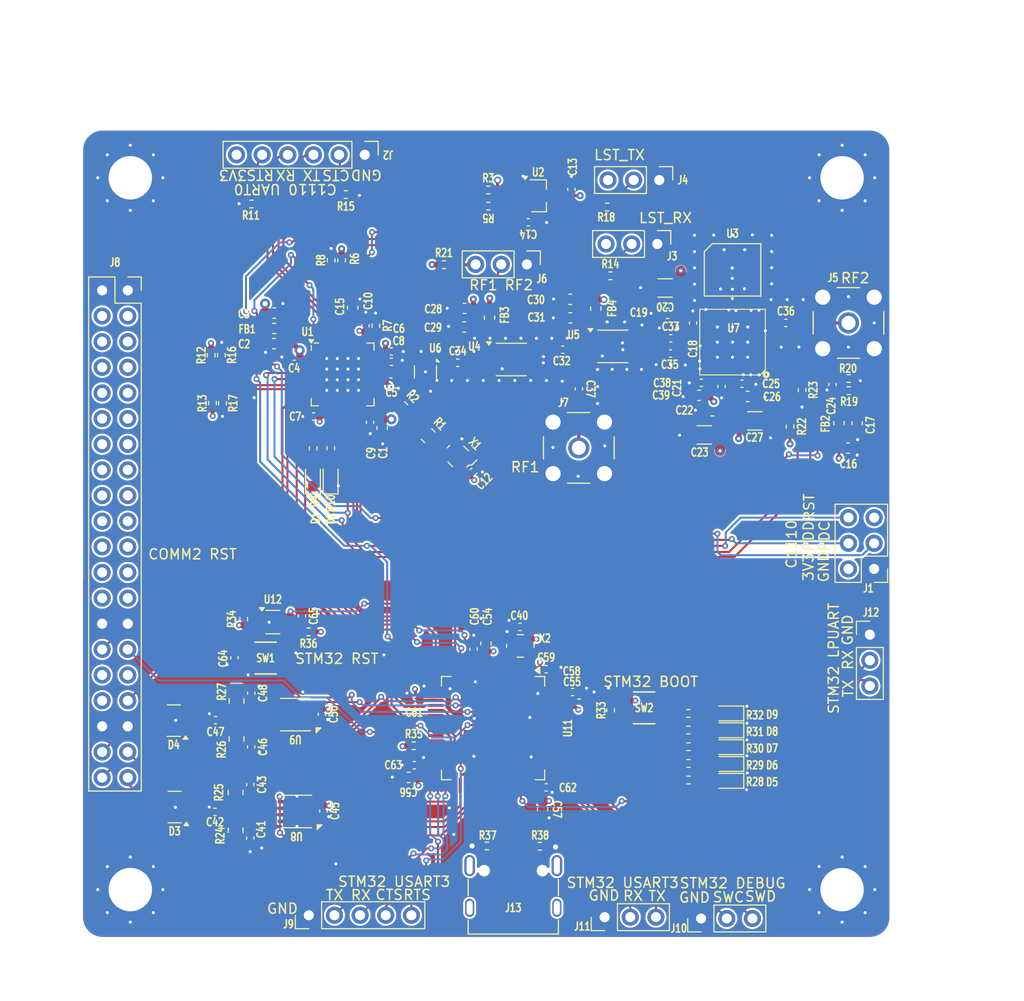
<source format=kicad_pcb>
(kicad_pcb (version 20240108) (generator "pcbnew") (generator_version "8.0")
  (title_block (title "OpenLST") (date "2018-07-08") (rev "1"))
  (layers (0 "F.Cu" signal) (1 "In1.Cu" power) (2 "In2.Cu" power) (31 "B.Cu" signal) (34 "B.Paste" user) (35 "F.Paste" user) (36 "B.SilkS" user "B.Silkscreen") (37 "F.SilkS" user "F.Silkscreen") (38 "B.Mask" user) (39 "F.Mask" user) (44 "Edge.Cuts" user))
  (net 0 "")
  (net 1 "GND")
  (net 2 "/INTERBOARD_CONNECTOR2/*COMM2_RST")
  (net 3 "Net-(U1-RESET_N)")
  (net 4 "Net-(U1-DCOUPL)")
  (net 5 "/MCU/+3V3_C1110")
  (net 6 "PROG_DD")
  (net 7 "Net-(X1-OUT)")
  (net 8 "/INTERBOARD_CONNECTOR2/3V3_18_RF1_COMM")
  (net 9 "/INTERBOARD_CONNECTOR2/BATT_1_COMM1_VRF")
  (net 11 "/MCU/PA_VAPC")
  (net 12 "/INTERBOARD_CONNECTOR2/3V3_17_RF1_BRIDGE")
  (net 13 "Net-(J3-Pin_2)")
  (net 14 "/CAN Bridge/CAN2_H")
  (net 15 "Net-(C17-Pad1)")
  (net 16 "Net-(C42-Pad1)")
  (net 17 "Net-(D5-A)")
  (net 18 "/CAN Bridge/CAN2_L")
  (net 19 "Net-(D6-A)")
  (net 20 "/INTERBOARD_CONNECTOR2/3V3_14_EXTRA1")
  (net 21 "Net-(U4-V2)")
  (net 22 "Net-(U5-V2)")
  (net 23 "Net-(U5-RFC)")
  (net 24 "Net-(U4-RF2)")
  (net 25 "Net-(U7-RX)")
  (net 26 "Net-(U5-RF2)")
  (net 27 "/CAN Bridge/CAN Transceiver2/STB")
  (net 28 "Net-(U1-XOSC-1)")
  (net 29 "PROG_DC")
  (net 30 "/CAN Bridge/CAN Transceiver2/SHDN")
  (net 31 "Net-(U1-RBIAS)")
  (net 32 "Net-(U4-RFC)")
  (net 33 "/CAN Bridge/CAN1_H")
  (net 34 "Net-(C47-Pad1)")
  (net 35 "/CAN Bridge/CAN1_L")
  (net 38 "Net-(C34-Pad1)")
  (net 39 "Net-(U5-RF1)")
  (net 40 "Net-(U7-TX)")
  (net 41 "Net-(J5-In)")
  (net 42 "Net-(U7-ANT)")
  (net 43 "Net-(U4-RF1)")
  (net 44 "/CAN Bridge/CAN Transceiver1/SHDN")
  (net 45 "Net-(D1-A)")
  (net 47 "Net-(D2-A)")
  (net 48 "Net-(D7-A)")
  (net 49 "Net-(D8-A)")
  (net 50 "Net-(D9-A)")
  (net 54 "/INTERBOARD_CONNECTOR2/3V3_19_RF2_BRIDGE")
  (net 55 "/CAN Bridge/CAN Transceiver1/STB")
  (net 56 "LST_RESET")
  (net 57 "/INTERBOARD_CONNECTOR2/3V3_4_AVI_SUN")
  (net 58 "/INTERBOARD_CONNECTOR2/3V3_13_SCI_CAMERAS")
  (net 59 "/INTERBOARD_CONNECTOR2/3V3_7_AVI_MAG")
  (net 60 "/INTERBOARD_CONNECTOR2/3V3_5_AVI_ACS_LOGIC")
  (net 61 "/INTERBOARD_CONNECTOR2/BATT_3_AVI_ACS_COIL")
  (net 62 "/INTERBOARD_CONNECTOR2/3V3_2_AVI_GPS")
  (net 63 "/INTERBOARD_CONNECTOR2/3V3_12_SCI_THERMAL")
  (net 64 "/INTERBOARD_CONNECTOR2/3V3_11_SCI_FLASH")
  (net 65 "/INTERBOARD_CONNECTOR2/3V3_6_AVI_GYRO")
  (net 66 "/INTERBOARD_CONNECTOR2/3V3_20_RF2_COMM")
  (net 67 "LED1")
  (net 68 "LED2")
  (net 69 "Net-(J7-In)")
  (net 70 "/INTERBOARD_CONNECTOR2/BATT")
  (net 71 "/INTERBOARD_CONNECTOR2/3V3_3_AVI_MRAM")
  (net 72 "/INTERBOARD_CONNECTOR2/*SCI_RST")
  (net 73 "/CAN Bridge/EPS_RST")
  (net 74 "/INTERBOARD_CONNECTOR2/*AVI_RST")
  (net 75 "/INTERBOARD_CONNECTOR2/3V3_8_AVI_CLK")
  (net 76 "/CAN Bridge/ATTENTION")
  (net 77 "/CAN Bridge/PMIC/USART3_RTS")
  (net 78 "Net-(J4-Pin_2)")
  (net 79 "Net-(J6-Pin_2)")
  (net 80 "Net-(J6-Pin_3)")
  (net 81 "/INTERBOARD_CONNECTOR2/3V3_9_SCI_STM_CORE")
  (net 82 "/INTERBOARD_CONNECTOR2/3V3_1_AVI_STM_CORE")
  (net 83 "/CAN Bridge/PMIC/USART3_TX")
  (net 84 "Net-(U7-SAW2)")
  (net 85 "Net-(U7-SAW1)")
  (net 89 "/CAN Bridge/PMIC/USART3_RX")
  (net 90 "/CAN Bridge/PMIC/USART3_CTS")
  (net 91 "/CAN Bridge/PMIC/SYS_JTMS_SWDIO")
  (net 92 "/CAN Bridge/PMIC/SYS_JTMS_SWCLK")
  (net 93 "/CAN Bridge/PMIC/USART1_TX")
  (net 94 "/CAN Bridge/PMIC/USART1_RX")
  (net 95 "/CAN Bridge/PMIC/LPUART_TX")
  (net 96 "/CAN Bridge/PMIC/LPUART_RX")
  (net 97 "/CAN Bridge/PMIC/USB/VUSB1")
  (net 98 "/CAN Bridge/PMIC/USB/USB_OTG_FS_DP")
  (net 102 "Net-(J13-CC2_B)")
  (net 103 "/CAN Bridge/PMIC/USB/USB_OTG_FS_DM")
  (net 106 "/CAN Bridge/PMIC/USB/VUSB2")
  (net 107 "Net-(J13-CC1_A)")
  (net 108 "/CAN Bridge/PMIC/EXTR_RST")
  (net 109 "/MCU/RF_EN")
  (net 110 "/MCU/LST_RX_MODE")
  (net 111 "/MCU/LST_TX_MODE")
  (net 112 "/MCU/AN0")
  (net 113 "/MCU/AN1")
  (net 114 "/MCU/RF_BYP")
  (net 115 "/CAN Bridge/PMIC/LED1")
  (net 116 "/CAN Bridge/PMIC/LED2")
  (net 117 "/CAN Bridge/PMIC/LED3")
  (net 118 "/CAN Bridge/PMIC/LED4")
  (net 119 "/CAN Bridge/PMIC/LED5")
  (net 120 "Net-(U11-PH3_BOOT0)")
  (net 122 "/CAN Bridge/PMIC/Schmitt Trigger/OUT")
  (net 127 "/CAN Bridge/UART_RTS")
  (net 128 "/MCU/RF_P")
  (net 129 "/CAN Bridge/UART_TX")
  (net 130 "/MCU/RF_N")
  (net 131 "/CAN Bridge/UART_RX")
  (net 132 "/CAN Bridge/UART_CTS")
  (net 133 "/CAN Bridge/CAN Transceiver2/CAN_TX")
  (net 134 "/CAN Bridge/CAN Transceiver1/CAN_RX")
  (net 141 "/CAN Bridge/PMIC/HSE_IN")
  (net 151 "/MCU/UART0_CTS")
  (net 152 "/MCU/UART0_RTS")
  (net 153 "/MCU/UART0_RX")
  (net 154 "/MCU/UART0_TX")
  (net 155 "/CAN Bridge/CAN Transceiver1/CAN_TX")
  (net 156 "/CAN Bridge/CAN Transceiver2/CAN_RX")
  (net 157 "/INTERBOARD_CONNECTOR2/3V3_15_EXTRA2")
  (net 158 "/INTERBOARD_CONNECTOR2/BATT_4_SCI_CAMERAS")
  (net 159 "/INTERBOARD_CONNECTOR2/3V3_10_SCI_MRAM")
  (net 160 "/CAN Bridge/PMIC/Schmitt Trigger/IN2")
  (net 161 "/INTERBOARD_CONNECTOR2/BATT_2_COMM2_VRF")
  (net 162 "Net-(R1-Pad1)")
  (footprint "Common:MountingHole_4.3mm_M4_Pad_Via_Custom" (layer "F.Cu") (at 135.25 64.75)
    (property "Reference" "H1" (hide yes))
    (property "Value" "MountingHole_Pad")
  )
  (footprint "Common:MountingHole_4.3mm_M4_Pad_Via_Custom" (layer "F.Cu") (at 135.25 135.25)
    (property "Reference" "H2" (hide yes))
    (property "Value" "MountingHole_Pad")
  )
  (footprint "Common:MountingHole_4.3mm_M4_Pad_Via_Custom" (layer "F.Cu") (at 64.75 64.75)
    (property "Reference" "H4" (hide yes))
    (property "Value" "MountingHole_Pad")
  )
  (footprint "Common:MountingHole_4.3mm_M4_Pad_Via_Custom" (layer "F.Cu") (at 64.75 135.25)
    (property "Reference" "H3" (hide yes))
    (property "Value" "MountingHole_Pad")
  )
  (footprint "Capacitor_SMD:C_0402_1005Metric_Pad0.74x0.62mm_HandSolder" (layer "F.Cu") (at 80.98 82.455 180)
    (property "Reference" "C4")
    (property "Value" "100nF")
  )
  (footprint "Capacitor_SMD:C_0402_1005Metric_Pad0.74x0.62mm_HandSolder" (layer "F.Cu") (at 90.6 81.955)
    (property "Reference" "C6")
    (property "Value" "100nF")
  )
  (footprint "Capacitor_SMD:C_0402_1005Metric_Pad0.74x0.62mm_HandSolder" (layer "F.Cu") (at 82.9 88.395 180)
    (property "Reference" "C7")
    (property "Value" "100nF")
  )
  (footprint "Capacitor_SMD:C_0402_1005Metric_Pad0.74x0.62mm_HandSolder" (layer "F.Cu") (at 90.6 82.975)
    (property "Reference" "C8")
    (property "Value" "100nF")
  )
  (footprint "Capacitor_SMD:C_0402_1005Metric_Pad0.74x0.62mm_HandSolder" (layer "F.Cu") (at 88.5 88.97 -90)
    (property "Reference" "C9")
    (property "Value" "100nF")
  )
  (footprint "Capacitor_SMD:C_0402_1005Metric_Pad0.74x0.62mm_HandSolder" (layer "F.Cu") (at 88.04 79.405 90)
    (property "Reference" "C10")
    (property "Value" "100nF")
  )
  (footprint "Capacitor_SMD:C_0603_1608Metric_Pad1.08x0.95mm_HandSolder" (layer "F.Cu") (at 78.98 81.175 180)
    (property "Reference" "C2")
    (property "Value" "1uF")
  )
  (footprint "Capacitor_SMD:C_0603_1608Metric_Pad1.08x0.95mm_HandSolder" (layer "F.Cu") (at 86.78 77.625 90)
    (property "Reference" "C15")
    (property "Value" "1uF")
  )
  (footprint "Capacitor_SMD:C_0402_1005Metric_Pad0.74x0.62mm_HandSolder" (layer "F.Cu") (at 104.17 69.155 180)
    (property "Reference" "C14")
    (property "Value" "100nF")
  )
  (footprint "Capacitor_SMD:C_0402_1005Metric_Pad0.74x0.62mm_HandSolder" (layer "F.Cu") (at 97.18 83.075)
    (property "Reference" "C34")
    (property "Value" "220pF")
  )
  (footprint "Capacitor_SMD:C_0603_1608Metric_Pad1.08x0.95mm_HandSolder" (layer "F.Cu") (at 97.83 79.525 180)
    (property "Reference" "C29")
    (property "Value" "1uF")
  )
  (footprint "Capacitor_SMD:C_0402_1005Metric_Pad0.74x0.62mm_HandSolder" (layer "F.Cu") (at 108.44 65.905 -90)
    (property "Reference" "C13")
    (property "Value" "100nF")
  )
  (footprint "Capacitor_SMD:C_0402_1005Metric_Pad0.74x0.62mm_HandSolder" (layer "F.Cu") (at 98.76 93.83 45)
    (property "Reference" "C12")
    (property "Value" "100nF")
  )
  (footprint "Capacitor_SMD:C_0402_1005Metric_Pad0.74x0.62mm_HandSolder" (layer "F.Cu") (at 107.58 81.775)
    (property "Reference" "C32")
    (property "Value" "220pF")
  )
  (footprint "Capacitor_SMD:C_0603_1608Metric_Pad1.08x0.95mm_HandSolder" (layer "F.Cu") (at 108.33 78.625 180)
    (property "Reference" "C31")
    (property "Value" "1uF")
  )
  (footprint "Capacitor_SMD:C_0402_1005Metric_Pad0.74x0.62mm_HandSolder" (layer "F.Cu") (at 109.18 85.65 -90)
    (property "Reference" "C37")
    (property "Value" "220pF")
  )
  (footprint "Capacitor_SMD:C_0402_1005Metric_Pad0.74x0.62mm_HandSolder" (layer "F.Cu") (at 118.28 80.65)
    (property "Reference" "C33")
    (property "Value" "220pF")
  )
  (footprint "Capacitor_SMD:C_0603_1608Metric_Pad1.08x0.95mm_HandSolder" (layer "F.Cu") (at 136.74 89.05 -90)
    (property "Reference" "C17")
    (property "Value" "1uF")
  )
  (footprint "Capacitor_SMD:C_0402_1005Metric_Pad0.74x0.62mm_HandSolder" (layer "F.Cu") (at 134.3 85.24 -90)
    (property "Reference" "C24")
    (property "Value" "100nF")
  )
  (footprint "Capacitor_SMD:C_0402_1005Metric_Pad0.74x0.62mm_HandSolder" (layer "F.Cu") (at 129.68 79.125)
    (property "Reference" "C36")
    (property "Value" "220pF")
  )
  (footprint "Capacitor_SMD:C_1206_3216Metric_Pad1.33x1.80mm_HandSolder" (layer "F.Cu") (at 126.61 88.825)
    (property "Reference" "C27")
    (property "Value" "47uF")
  )
  (footprint "LED_SMD:LED_0603_1608Metric_Pad1.05x0.95mm_HandSolder" (layer "F.Cu") (at 82.84 94.41 90)
    (property "Reference" "D1")
    (property "Value" "ORANGE")
  )
  (footprint "LED_SMD:LED_0603_1608Metric_Pad1.05x0.95mm_HandSolder" (layer "F.Cu") (at 84.59 94.4 90)
    (property "Reference" "D2")
    (property "Value" "ORANGE")
  )
  (footprint "Connector_PinHeader_2.54mm:PinHeader_1x03_P2.54mm_Vertical" (layer "F.Cu") (at 104.03 73.325 -90)
    (property "Reference" "J6")
    (property "Value" "Switch Select")
  )
  (footprint "Connector_PinHeader_2.54mm:PinHeader_1x03_P2.54mm_Vertical" (layer "F.Cu") (at 116.95 71.305 -90)
    (property "Reference" "J3")
    (property "Value" "Control Outputs")
  )
  (footprint "Connector_PinHeader_2.54mm:PinHeader_2x03_P2.54mm_Vertical" (layer "F.Cu") (at 138.42 103.49 180)
    (property "Reference" "J1")
    (property "Value" "CC Prog/Debug")
  )
  (footprint "Common:LINX_CONSMA001-G" (layer "F.Cu") (at 109.17 91.5)
    (property "Reference" "J7")
    (property "Value" "Conn_Coaxial")
  )
  (footprint "Common:LINX_CONSMA001-G" (layer "F.Cu") (at 135.88 79.125)
    (property "Reference" "J5")
    (property "Value" "ANT")
  )
  (footprint "Inductor_SMD:L_0603_1608Metric_Pad1.05x0.95mm_HandSolder" (layer "F.Cu") (at 79 79.675)
    (property "Reference" "FB1")
    (property "Value" "Z=1k @ 100M")
  )
  (footprint "Inductor_SMD:L_0603_1608Metric_Pad1.05x0.95mm_HandSolder" (layer "F.Cu") (at 110.855 77.7 90)
    (property "Reference" "FB4")
    (property "Value" "Z=1k @ 100M")
  )
  (footprint "Inductor_SMD:L_0603_1608Metric_Pad1.05x0.95mm_HandSolder" (layer "F.Cu") (at 134.94 89.05 -90)
    (property "Reference" "FB2")
    (property "Value" "Z=1k @ 100M")
  )
  (footprint "Resistor_SMD:R_0402_1005Metric_Pad0.72x0.64mm_HandSolder" (layer "F.Cu") (at 82.86 91.55 90)
    (property "Reference" "R9")
    (property "Value" "1K")
  )
  (footprint "Resistor_SMD:R_0402_1005Metric_Pad0.72x0.64mm_HandSolder" (layer "F.Cu") (at 84.61 91.53 90)
    (property "Reference" "R10")
    (property "Value" "1K")
  )
  (footprint "Resistor_SMD:R_0402_1005Metric_Pad0.72x0.64mm_HandSolder" (layer "F.Cu") (at 85.68 72.925 90)
    (property "Reference" "R6")
    (property "Value" "10K")
  )
  (footprint "Resistor_SMD:R_0402_1005Metric_Pad0.72x0.64mm_HandSolder" (layer "F.Cu") (at 89.07 79.4 -90)
    (property "Reference" "R7")
    (property "Value" "56K")
  )
  (footprint "Resistor_SMD:R_0402_1005Metric_Pad0.72x0.64mm_HandSolder" (layer "F.Cu") (at 72.76 82.33 90)
    (property "Reference" "R12")
    (property "Value" "20K")
  )
  (footprint "Resistor_SMD:R_0402_1005Metric_Pad0.72x0.64mm_HandSolder" (layer "F.Cu") (at 73.77 82.31 -90)
    (property "Reference" "R16")
    (property "Value" "47K")
  )
  (footprint "Resistor_SMD:R_0402_1005Metric_Pad0.72x0.64mm_HandSolder" (layer "F.Cu") (at 100.21 65.955)
    (property "Reference" "R3")
    (property "Value" "47K")
  )
  (footprint "Resistor_SMD:R_0402_1005Metric_Pad0.72x0.64mm_HandSolder" (layer "F.Cu") (at 100.22 67.555 180)
    (property "Reference" "R5")
    (property "Value" "1K")
  )
  (footprint "Resistor_SMD:R_0402_1005Metric_Pad0.72x0.64mm_HandSolder" (layer "F.Cu") (at 95.82 73.36)
    (property "Reference" "R21")
    (property "Value" "20K")
  )
  (footprint "Resistor_SMD:R_0402_1005Metric_Pad0.72x0.64mm_HandSolder" (layer "F.Cu") (at 112.3 74.455)
    (property "Reference" "R14")
    (property "Value" "22")
  )
  (footprint "Resistor_SMD:R_0402_1005Metric_Pad0.72x0.64mm_HandSolder" (layer "F.Cu") (at 130.09 89.385 -90)
    (property "Reference" "R22")
    (property "Value" "1K")
  )
  (footprint "Resistor_SMD:R_0402_1005Metric_Pad0.72x0.64mm_HandSolder" (layer "F.Cu") (at 131.28 85.775 90)
    (property "Reference" "R23")
    (property "Value" "1K")
  )
  (footprint "Resistor_SMD:R_0402_1005Metric_Pad0.72x0.64mm_HandSolder" (layer "F.Cu") (at 135.9 84.63)
    (property "Reference" "R20")
    (property "Value" "6.65K")
  )
  (footprint "RF_Converter:Balun_Johanson_0896BM15A0001" (layer "F.Cu") (at 93.98 83.975 -90)
    (property "Reference" "U6")
    (property "Value" "0433BM15A0001")
  )
  (footprint "Package_TO_SOT_SMD:SOT-23_Handsoldering" (layer "F.Cu") (at 105.2 66.535)
    (property "Reference" "U2")
    (property "Value" "MIC803")
  )
  (footprint "Package_SO:MSOP-8_3x3mm_P0.65mm" (layer "F.Cu") (at 102.48 82.75)
    (property "Reference" "U4")
    (property "Value" "PE4250MLI")
  )
  (footprint "Package_SO:MSOP-8_3x3mm_P0.65mm" (layer "F.Cu") (at 112.53 81.45)
    (property "Reference" "U5")
    (property "Value" "PE4250MLI")
  )
  (footprint "Common:RFFM6406" (layer "F.Cu") (at 124.5 80.145)
    (property "Reference" "U7")
    (property "Value" "RFFM6406")
  )
  (footprint "Oscillator:Oscillator_SMD_ECS_2520MV-xxx-xx-4Pin_2.5x2.0mm" (layer "F.Cu") (at 97.22 92.34 -135)
    (property "Reference" "X1")
    (property "Value" "27MHz")
  )
  (footprint "Common:Texas_RHH0036C_VQFN-36-1EP_6x6mm_P0.5mm_EP4.4x4.4mm_ThermalVias" (layer "F.Cu") (at 85.78 84.225)
    (property "Reference" "U1")
    (property "Value" "CC1110")
  )
  (footprint "Common:SF2446E" (layer "F.Cu") (at 124.4 73.865 -90)
    (property "Reference" "U3")
    (property "Value" "SF2446E")
  )
  (footprint "Capacitor_SMD:C_0402_1005Metric_Pad0.74x0.62mm_HandSolder" (layer "F.Cu") (at 123.31 85.415 -90)
    (property "Reference" "C21")
    (property "Value" "100nF")
  )
  (footprint "Capacitor_SMD:C_0603_1608Metric_Pad1.08x0.95mm_HandSolder" (layer "F.Cu") (at 122.42 87.825 180)
    (property "Reference" "C22")
    (property "Value" "10uF")
  )
  (footprint "Resistor_SMD:R_0402_1005Metric_Pad0.72x0.64mm_HandSolder" (layer "F.Cu") (at 72.89 87.06 -90)
    (property "Reference" "R13")
    (property "Value" "20K")
  )
  (footprint "Resistor_SMD:R_0402_1005Metric_Pad0.72x0.64mm_HandSolder" (layer "F.Cu") (at 135.92 85.83 180)
    (property "Reference" "R19")
    (property "Value" "3.09K")
  )
  (footprint "Capacitor_SMD:C_0603_1608Metric_Pad1.08x0.95mm_HandSolder" (layer "F.Cu") (at 125.9 86.405)
    (property "Reference" "C26")
    (property "Value" "10uF")
  )
  (footprint "Capacitor_SMD:C_0402_1005Metric_Pad0.74x0.62mm_HandSolder" (layer "F.Cu") (at 125.33 85.145)
    (property "Reference" "C25")
    (property "Value" "100nF")
  )
  (footprint "Capacitor_SMD:C_1206_3216Metric_Pad1.33x1.80mm_HandSolder" (layer "F.Cu") (at 121.59 90.215 180)
    (property "Reference" "C23")
    (property "Value" "47uF")
  )
  (footprint "Capacitor_SMD:C_0402_1005Metric_Pad0.74x0.62mm_HandSolder" (layer "F.Cu") (at 121.31 85.055 180)
    (property "Reference" "C38")
    (property "Value" "100nF")
  )
  (footprint "Capacitor_SMD:C_0402_1005Metric_Pad0.74x0.62mm_HandSolder" (layer "F.Cu") (at 118.255 82.15)
    (property "Reference" "C35")
    (property "Value" "220pF")
  )
  (footprint "Resistor_SMD:R_0402_1005Metric_Pad0.72x0.64mm_HandSolder" (layer "F.Cu") (at 84.64 72.92 -90)
    (property "Reference" "R8")
    (property "Value" "10K")
  )
  (footprint "Inductor_SMD:L_0603_1608Metric_Pad1.05x0.95mm_HandSolder" (layer "F.Cu") (at 100.33 78.6 90)
    (property "Reference" "FB3")
    (property "Value" "Z=1k @ 100M")
  )
  (footprint "Capacitor_SMD:C_0603_1608Metric_Pad1.08x0.95mm_HandSolder" (layer "F.Cu") (at 79.01 78.145)
    (property "Reference" "C3")
    (property "Value" "1uF")
  )
  (footprint "Resistor_SMD:R_0402_1005Metric_Pad0.72x0.64mm_HandSolder" (layer "F.Cu") (at 73.88 87.085 90)
    (property "Reference" "R17")
    (property "Value" "47K")
  )
  (footprint "Resistor_SMD:R_0402_1005Metric_Pad0.72x0.64mm_HandSolder" (layer "F.Cu") (at 120.03 122.75 180)
    (property "Reference" "R29")
    (property "Value" "1K")
  )
  (footprint "Connector_PinHeader_2.54mm:PinHeader_1x03_P2.54mm_Vertical" (layer "F.Cu") (at 138 110)
    (property "Reference" "J12")
    (property "Value" "Conn_01x03_Pin")
  )
  (footprint "Package_TO_SOT_SMD:SOT-363_SC-70-6_Handsoldering" (layer "F.Cu") (at 78.87 108.7575)
    (property "Reference" "U12")
    (property "Value" "74LVC2G07")
  )
  (footprint "Capacitor_SMD:C_0603_1608Metric_Pad1.08x0.95mm_HandSolder" (layer "F.Cu") (at 135.85 91.52)
    (property "Reference" "C16")
    (property "Value" "1uF")
  )
  (footprint "Resistor_SMD:R_0402_1005Metric_Pad0.72x0.64mm_HandSolder" (layer "F.Cu") (at 120.03 119.45 180)
    (property "Reference" "R31")
    (property "Value" "1K")
  )
  (footprint "Capacitor_SMD:C_0603_1608Metric_Pad1.08x0.95mm_HandSolder" (layer "F.Cu") (at 117.96 78.175 180)
    (property "Reference" "C19")
    (property "Value" "10uF")
  )
  (footprint "Resistor_SMD:R_0402_1005Metric_Pad0.72x0.64mm_HandSolder" (layer "F.Cu") (at 92.8325 121.01)
    (property "Reference" "R35")
    (property "Value" "100K")
  )
  (footprint "Connector_PinHeader_2.54mm:PinHeader_1x03_P2.54mm_Vertical" (layer "F.Cu") (at 111.73 137.98 90)
    (property "Reference" "J11")
    (property "Value" "Conn_01x03_Pin")
  )
  (footprint "Capacitor_SMD:C_0402_1005Metric_Pad0.74x0.62mm_HandSolder" (layer "F.Cu") (at 120.49 79.135 90)
    (property "Reference" "C18")
    (property "Value" "100nF")
  )
  (footprint "Capacitor_SMD:C_0402_1005Metric_Pad0.74x0.62mm_HandSolder" (layer "F.Cu") (at 81.75 108.14 -90)
    (property "Reference" "C65")
    (property "Value" "100nF")
  )
  (footprint "Resistor_SMD:R_0402_1005Metric_Pad0.72x0.64mm_HandSolder" (layer "F.Cu") (at 112.32 117.49 90)
    (property "Reference" "R33")
    (property "Value" "10k")
  )
  (footprint "Resistor_SMD:R_0402_1005Metric_Pad0.72x0.64mm_HandSolder" (layer "F.Cu") (at 120.03 124.4 180)
    (property "Reference" "R28")
    (property "Value" "1K")
  )
  (footprint "Capacitor_SMD:C_0402_1005Metric_Pad0.74x0.62mm_HandSolder" (layer "F.Cu") (at 92.88 122.93 180)
    (property "Reference" "C63")
    (property "Value" "100nF")
  )
  (footprint "Resistor_SMD:R_0805_2012Metric_Pad1.20x1.40mm_HandSolder" (layer "F.Cu") (at 91.555235 87.595235 -45)
    (property "Reference" "R2")
    (property "Value" "0R")
  )
  (footprint "Common:EVP602AA" (layer "F.Cu") (at 115.64 117.25 180)
    (property "Reference" "SW2")
    (property "Value" "EVP-AA602W")
  )
  (footprint "Connector_PinHeader_2.54mm:PinHeader_1x05_P2.54mm_Vertical" (layer "F.Cu") (at 82.43 137.79 90)
    (property "Reference" "J9")
    (property "Value" "Conn_01x05_Pin")
  )
  (footprint "Connector_PinHeader_2.54mm:PinHeader_1x03_P2.54mm_Vertical" (layer "F.Cu") (at 121.285 138.11 90)
    (property "Reference" "J10")
    (property "Value" "Conn_01x03_Pin")
  )
  (footprint "Capacitor_SMD:C_0402_1005Metric_Pad0.74x0.62mm_HandSolder" (layer "F.Cu") (at 76.63 124.86 -90)
    (property "Reference" "C43")
    (property "Value" "100pF")
  )
  (footprint "Connector_PinSocket_2.54mm:PinSocket_2x20_P2.54mm_Vertical" (layer "F.Cu") (at 64.5 75.9)
    (property "Reference" "J8")
    (property "Value" "PC104 Conn_02x20_Odd_Even")
  )
  (footprint "Capacitor_SMD:C_1206_3216Metric_Pad1.33x1.80mm_HandSolder" (layer "F.Cu") (at 117.73 75.665 180)
    (property "Reference" "C20")
    (property "Value" "47uF")
  )
  (footprint "Capacitor_SMD:C_0402_1005Metric_Pad0.74x0.62mm_HandSolder" (layer "F.Cu") (at 90.56 84.935)
    (property "Reference" "C5")
    (property "Value" "100nF")
  )
  (footprint "Resistor_SMD:R_0805_2012Metric_Pad1.20x1.40mm_HandSolder" (layer "F.Cu") (at 75.27 116.56 90)
    (property "Reference" "R27")
    (property "Value" "60R4")
  )
  (footprint "Package_TO_SOT_SMD:SOT-23" (layer "F.Cu") (at 69.06 118.5175 180)
    (property "Reference" "D4")
    (property "Value" "NUP2105LT1G")
  )
  (footprint "Capacitor_SMD:C_0402_1005Metric_Pad0.74x0.62mm_HandSolder" (layer "F.Cu") (at 83.73 117.89 -90)
    (property "Reference" "C50")
    (property "Value" "100nF")
  )
  (footprint "Capacitor_SMD:C_0402_1005Metric_Pad0.74x0.62mm_HandSolder" (layer "F.Cu") (at 108.55 115.68)
    (property "Reference" "C58")
    (property "Value" "100nF")
  )
  (footprint "Capacitor_SMD:C_0402_1005Metric_Pad0.74x0.62mm_HandSolder" (layer "F.Cu") (at 98.75 111.43 90)
    (property "Reference" "C60")
    (property "Value" "100nF")
  )
  (footprint "Capacitor_SMD:C_0402_1005Metric_Pad0.74x0.62mm_HandSolder" (layer "F.Cu") (at 76.72 121.12 -90)
    (property "Reference" "C46")
    (property "Value" "100pF")
  )
  (footprint "Resistor_SMD:R_0402_1005Metric_Pad0.72x0.64mm_HandSolder" (layer "F.Cu") (at 100.06 130.93 180)
    (property "Reference" "R37")
    (property "Value" "5K1")
  )
  (footprint "Resistor_SMD:R_0805_2012Metric_Pad1.20x1.40mm_HandSolder" (layer "F.Cu") (at 75.18 125.63 90)
    (property "Reference" "R25")
    (property "Value" "60R4")
  )
  (footprint "Capacitor_SMD:C_0402_1005Metric_Pad0.74x0.62mm_HandSolder" (layer "F.Cu") (at 103.34 109.23 180)
    (property "Reference" "C40")
    (property "Value" "100nF")
  )
  (footprint "Capacitor_SMD:C_0603_1608Metric_Pad1.08x0.95mm_HandSolder" (layer "F.Cu") (at 109.22 116.89)
    (property "Reference" "C55")
    (property "Value" "10uF")
  )
  (footprint "Resistor_SMD:R_0402_1005Metric_Pad0.72x0.64mm_HandSolder" (layer "F.Cu") (at 75.98 108.45 90)
    (property "Reference" "R34")
    (property "Value" "100K")
  )
  (footprint "Resistor_SMD:R_0805_2012Metric_Pad1.20x1.40mm_HandSolder" (layer "F.Cu") (at 75.27 120.33 90)
    (property "Reference" "R26")
    (property "Value" "60R4")
  )
  (footprint "Capacitor_SMD:C_0402_1005Metric_Pad0.74x0.62mm_HandSolder" (layer "F.Cu") (at 73.13 127.55 180)
    (property "Reference" "C42")
    (property "Value" "4.7nF")
  )
  (footprint "Capacitor_SMD:C_0402_1005Metric_Pad0.74x0.62mm_HandSolder" (layer "F.Cu") (at 76.63 130.15 -90)
    (property "Reference" "C41")
    (property "Value" "100pF")
  )
  (footprint "Package_SON:VSON-8-1EP_3x3mm_P0.65mm_EP1.65x2.4mm" (layer "F.Cu") (at 81.22 127.515 180)
    (property "Reference" "U8")
    (property "Value" "TCAN3414")
  )
  (footprint "Resistor_SMD:R_0402_1005Metric_Pad0.72x0.64mm_HandSolder" (layer "F.Cu") (at 120.03 121.1 180)
    (property "Reference" "R30")
    (property "Value" "1K")
  )
  (footprint "Oscillator:Oscillator_SMD_ECS_2520MV-xxx-xx-4Pin_2.5x2.0mm" (layer "F.Cu") (at 103.375 111.115 -90)
    (property "Reference" "X2")
    (property "Value" "10MHz")
  )
  (footprint "Resistor_SMD:R_0402_1005Metric_Pad0.72x0.64mm_HandSolder" (layer "F.Cu") (at 76.74 67.35)
    (property "Reference" "R11")
    (property "Value" "100K")
  )
  (footprint "Capacitor_SMD:C_0402_1005Metric_Pad0.74x0.62mm_HandSolder" (layer "F.Cu") (at 105.95 125.13)
    (property "Reference" "C62")
    (property "Value" "100nF")
  )
  (footprint "LED_SMD:LED_0603_1608Metric_Pad1.05x0.95mm_HandSolder" (layer "F.Cu") (at 123.85 121.14 180)
    (property "Reference" "D7")
    (property "Value" "YELLOW")
  )
  (footprint "LED_SMD:LED_0603_1608Metric_Pad1.05x0.95mm_HandSolder" (layer "F.Cu") (at 123.85 124.48 180)
    (property "Reference" "D5")
    (property "Value" "RED")
  )
  (footprint "Resistor_SMD:R_0805_2012Metric_Pad1.20x1.40mm_HandSolder" (layer "F.Cu") (at 75.18 129.38 90)
    (property "Reference" "R24")
    (property "Value" "60R4")
  )
  (footprint "Connector_PinHeader_2.54mm:PinHeader_1x03_P2.54mm_Vertical" (layer "F.Cu") (at 117.14 64.975 -90)
    (property "Reference" "J4")
    (property "Value" "Control Outputs")
  )
  (footprint "Capacitor_SMD:C_0402_1005Metric_Pad0.74x0.62mm_HandSolder" (layer "F.Cu") (at 92.87 116.55 180)
    (property "Reference" "C61")
    (property "Value" "100nF")
  )
  (footprint "Capacitor_SMD:C_0603_1608Metric_Pad1.08x0.95mm_HandSolder" (layer "F.Cu") (at 89.69 89.53 -90)
    (property "Reference" "C1")
    (property "Value" "10uF")
  )
  (footprint "Package_SON:VSON-8-1EP_3x3mm_P0.65mm_EP1.65x2.4mm" (layer "F.Cu") (at 81.1075 117.92 180)
    (property "Reference" "U9")
    (property "Value" "TCAN3414")
  )
  (footprint "LED_SMD:LED_0603_1608Metric_Pad1.05x0.95mm_HandSolder" (layer "F.Cu") (at 123.85 119.47 180)
    (property "Reference" "D8")
    (property "Value" "YELLOW")
  )
  (footprint "LED_SMD:LED_0603_1608Metric_Pad1.05x0.95mm_HandSolder" (layer "F.Cu") (at 123.85 122.81 180)
    (property "Reference" "D6")
    (property "Value" "GREEN")
  )
  (footprint "Capacitor_SMD:C_0603_1608Metric_Pad1.08x0.95mm_HandSolder" (layer "F.Cu") (at 105.59 127.29 -90)
    (property "Reference" "C57")
    (property "Value" "10uF")
  )
  (footprint "Capacitor_SMD:C_0603_1608Metric_Pad1.08x0.95mm_HandSolder" (layer "F.Cu") (at 121.08 86.295 180)
    (property "Reference" "C39")
    (property "Value" "10uF")
  )
  (footprint "Capacitor_SMD:C_0603_1608Metric_Pad1.08x0.95mm_HandSolder" (layer "F.Cu") (at 97.85 77.675 180)
    (property "Reference" "C28")
    (property "Value" "1uF")
  )
  (footprint "Capacitor_SMD:C_0402_1005Metric_Pad0.74x0.62mm_HandSolder" (layer "F.Cu") (at 75.07 112.29 -90)
    (property "Reference" "C64")
    (property "Value" "100nF")
  )
  (footprint "Resistor_SMD:R_0402_1005Metric_Pad0.72x0.64mm_HandSolder" (layer "F.Cu") (at 105.31 130.96 180)
    (property "Reference" "R38")
    (property "Value" "5K1")
  )
  (footprint "Capacitor_SMD:C_0603_1608Metric_Pad1.08x0.95mm_HandSolder" (layer "F.Cu") (at 99.97 110.88 90)
    (property "Reference" "C54")
    (property "Value" "10uF")
  )
  (footprint "Capacitor_SMD:C_0603_1608Metric_Pad1.08x0.95mm_HandSolder" (layer "F.Cu") (at 92.31 124.14 180)
    (property "Reference" "C56")
    (property "Value" "10uF")
  )
  (footprint "Resistor_SMD:R_0402_1005Metric_Pad0.72x0.64mm_HandSolder" (layer "F.Cu") (at 120.03 117.8 180)
    (property "Reference" "R32")
    (property "Value" "1K")
  )
  (footprint "Capacitor_SMD:C_0402_1005Metric_Pad0.74x0.62mm_HandSolder" (layer "F.Cu") (at 83.87 127.47 -90)
    (property "Reference" "C45")
    (property "Value" "100nF")
  )
  (footprint "Capacitor_SMD:C_0402_1005Metric_Pad0.74x0.62mm_HandSolder" (layer "F.Cu") (at 76.73 115.7975 -90)
    (property "Reference" "C48")
    (property "Value" "100pF")
  )
  (footprint "Capacitor_SMD:C_0402_1005Metric_Pad0.74x0.62mm_HandSolder" (layer "F.Cu") (at 73.19 118.47 180)
    (property "Reference" "C47")
    (property "Value" "4.7nF")
  )
  (footprint "Package_QFP:LQFP-64_10x10mm_P0.5mm" (layer "F.Cu") (at 100.68 119.255 -90)
    (property "Reference" "U11")
    (property "Value" "STM32L496RGTx")
  )
  (footprint "Package_TO_SOT_SMD:SOT-23" (layer "F.Cu") (at 69.14 127.07 180)
    (property "Reference" "D3")
    (property "Value" "NUP2105LT1G")
  )
  (footprint "Connector_PinHeader_2.54mm:PinHeader_1x06_P2.54mm_Vertical" (layer "F.Cu") (at 87.97 62.47 -90)
    (property "Reference" "J2")
    (property "Value" "UART0")
  )
  (footprint "LED_SMD:LED_0603_1608Metric_Pad1.05x0.95mm_HandSolder" (layer "F.Cu") (at 123.85 117.8 180)
    (property "Reference" "D9")
    (property "Value" "YELLOW")
  )
  (footprint "Resistor_SMD:R_0402_1005Metric_Pad0.72x0.64mm_HandSolder" (layer "F.Cu") (at 86.1 66.41 180)
    (property "Reference" "R15")
    (property "Value" "100K")
  )
  (footprint "Capacitor_SMD:C_0603_1608Metric_Pad1.08x0.95mm_HandSolder" (layer "F.Cu") (at 108.32 76.785 180)
    (property "Reference" "C30")
    (property "Value" "1uF")
  )
  (footprint "Capacitor_SMD:C_0402_1005Metric_Pad0.74x0.62mm_HandSolder" (layer "F.Cu") (at 105.94 113.42)
    (property "Reference" "C59")
    (property "Value" "100nF")
  )
  (footprint "Resistor_SMD:R_0805_2012Metric_Pad1.20x1.40mm_HandSolder" (layer "F.Cu") (at 94.25 90.29 -45)
    (property "Reference" "R1")
    (property "Value" "0R")
  )
  (footprint "Common:AMPHENOL_10155435-00011LF" (layer "F.Cu") (at 102.68 137.055)
    (property "Reference" "J13")
    (property "Value" "10155435-00011LF")
  )
  (footprint "Resistor_SMD:R_0402_1005Metric_Pad0.72x0.64mm_HandSolder" (layer "F.Cu") (at 82.4 109.72 180)
    (property "Reference" "R36")
    (property "Value" "100K")
  )
  (footprint "Resistor_SMD:R_0402_1005Metric_Pad0.72x0.64mm_HandSolder" (layer "F.Cu") (at 111.98 67.645)
    (property "Reference" "R18")
    (property "Value" "22")
  )
  (footprint "Common:EVP602AA" (layer "F.Cu") (at 78.15 112.32 180)
    (property "Reference" "SW1")
    (property "Value" "EVP-AA602W")
  )
  (gr_line (start 140 62) (end 140 138) (stroke (width 0.01)) (layer "Edge.Cuts"))
  (gr_line (start 138 140) (end 62 140) (stroke (width 0.01)) (layer "Edge.Cuts"))
  (gr_arc (start 138 60) (mid 139.414214 60.585786) (end 140 62) (stroke (width 0.01)) (layer "Edge.Cuts"))
  (gr_arc (start 60 62) (mid 60.585786 60.585786) (end 62 60) (stroke (width 0.01)) (layer "Edge.Cuts"))
  (gr_line (start 62 60) (end 138 60) (stroke (width 0.01)) (layer "Edge.Cuts"))
  (gr_arc (start 140 138) (mid 139.414214 139.414214) (end 138 140) (stroke (width 0.01)) (layer "Edge.Cuts"))
  (gr_line (start 60 138) (end 60 62) (stroke (width 0.01)) (layer "Edge.Cuts"))
  (gr_arc (start 62 140) (mid 60.585786 139.414214) (end 60 138) (stroke (width 0.01)) (layer "Edge.Cuts"))
  (gr_text "CTS" (at 85.12 64.48 180) (layer "F.SilkS") (effects (font (size 1 1))))
  (gr_text "GND" (at 88.13 64.46 180) (layer "F.SilkS") (effects (font (size 1 1))))
  (gr_text "RX" (at 80.15 64.48 180) (layer "F.SilkS") (effects (font (size 1 1))))
  (gr_text "RTS" (at 77.61 64.46 180) (layer "F.SilkS") (effects (font (size 1 1))))
  (gr_text "TX" (at 82.7 64.48 180) (layer "F.SilkS") (effects (font (size 1 1))))
  (gr_text "3V3" (at 74.91 64.47 180) (layer "F.SilkS") (effects (font (size 1 1))))
  (gr_text "C1110 UART0" (at 80.1 65.88 180) (layer "F.SilkS") (effects (font (size 1 1))))
  (gr_text "RF2" (at 101.73 75.96 0) (layer "F.SilkS") (effects (font (size 1 1)) (justify left bottom)))
  (gr_text "STM32 DEBUG" (at 124.41 135.2 0) (layer "F.SilkS") (effects (font (size 1 1) (thickness 0.15) (bold yes)) (justify bottom)))
  (gr_text "GND" (at 78.2 137.72 0) (layer "F.SilkS") (effects (font (size 1 1) (thickness 0.15) (bold yes)) (justify left bottom)))
  (gr_text "RX" (at 136.41 113.58 90) (layer "F.SilkS") (effects (font (size 1 1) (thickness 0.15) (bold yes)) (justify left bottom)))
  (gr_text "LST_TX" (at 110.6 63.08 0) (layer "F.SilkS") (effects (font (size 1 1)) (justify left bottom)))
  (gr_text "GND" (at 110.05 136.42 0) (layer "F.SilkS") (effects (font (size 1 1) (thickness 0.15) (bold yes)) (justify left bottom)))
  (gr_text "COMM2 RST" (at 66.43 102.62 0) (layer "F.SilkS") (effects (font (size 1 1)) (justify left bottom)))
  (gr_text "RX" (at 113.47 136.46 0) (layer "F.SilkS") (effects (font (size 1 1) (thickness 0.15) (bold yes)) (justify left bottom)))
  (gr_text "CTS" (at 88.94 136.35 0) (layer "F.SilkS") (effects (font (size 1 1) (thickness 0.15) (bold yes)) (justify left bottom)))
  (gr_text "TX" (at 115.96 136.47 0) (layer "F.SilkS") (effects (font (size 1 1) (thickness 0.15) (bold yes)) (justify left bottom)))
  (gr_text "TX" (at 136.43 116.29 90) (layer "F.SilkS") (effects (font (size 1 1) (thickness 0.15) (bold yes)) (justify left bottom)))
  (gr_text "C1110" (at 130.82 103.54 90) (layer "F.SilkS") (effects (font (size 1 1)) (justify left bottom)))
  (gr_text "RST" (at 132.57 98.84 90) (layer "F.SilkS") (effects (font (size 1 1) (thickness 0.15) (bold yes)) (justify left bottom)))
  (gr_text "PDD" (at 132.51 101.83 90) (layer "F.SilkS") (effects (font (size 1 1) (thickness 0.15) (bold yes)) (justify left bottom)))
  (gr_text "STM32 RST" (at 80.99 112.97 0) (layer "F.SilkS") (effects (font (size 1 1) (thickness 0.15) (bold yes)) (justify left bottom)))
  (gr_text "PDC" (at 134.08 101.85 90) (layer "F.SilkS") (effects (font (size 1 1) (thickness 0.15) (bold yes)) (justify left bottom)))
  (gr_text "RF1" (at 98.22 75.97 0) (layer "F.SilkS") (effects (font (size 1 1)) (justify left bottom)))
  (gr_text "RF2" (at 135.04 75.27 0) (layer "F.SilkS") (effects (font (size 1 1)) (justify left bottom)))
  (gr_text "RF1" (at 102.35 93.99 0) (layer "F.SilkS") (effects (font (size 1 1)) (justify left bottom)))
  (gr_text "GND" (at 119.01 136.62 0) (layer "F.SilkS") (effects (font (size 1 1) (thickness 0.15) (bold yes)) (justify left bottom)))
  (gr_text "GND" (at 134.01 104.91 90) (layer "F.SilkS") (effects (font (size 1 1) (thickness 0.15) (bold yes)) (justify left bottom)))
  (gr_text "STM32 USART3" (at 85.24 135.05 0) (layer "F.SilkS") (effects (font (size 1 1)) (justify left bottom)))
  (gr_text "STM32 BOOT" (at 111.5 115.25 0) (layer "F.SilkS") (effects (font (size 1 1) (thickness 0.15) (bold yes)) (justify left bottom)))
  (gr_text "STM32 LPUART" (at 135 117.94 90) (layer "F.SilkS") (effects (font (size 1 1)) (justify left bottom)))
  (gr_text "GND" (at 136.38 111.16 90) (layer "F.SilkS") (effects (font (size 1 1) (thickness 0.15) (bold yes)) (justify left bottom)))
  (gr_text "TX" (at 84.02 136.37 0) (layer "F.SilkS") (effects (font (size 1 1) (thickness 0.15) (bold yes)) (justify left bottom)))
  (gr_text "RX" (at 86.51 136.38 0) (layer "F.SilkS") (effects (font (size 1 1) (thickness 0.15) (bold yes)) (justify left bottom)))
  (gr_text "SWD" (at 125.53 136.51 0) (layer "F.SilkS") (effects (font (size 1 1) (thickness 0.15) (bold yes)) (justify left bottom)))
  (gr_text "STM32 USART3" (at 107.88 135.16 0) (layer "F.SilkS") (effects (font (size 1 1)) (justify left bottom)))
  (gr_text "LST_RX" (at 115.04 69.31 0) (layer "F.SilkS") (effects (font (size 1 1)) (justify left bottom)))
  (gr_text "SWC" (at 122.35 136.59 0) (layer "F.SilkS") (effects (font (size 1 1) (thickness 0.15) (bold yes)) (justify left bottom)))
  (gr_text "3V3" (at 132.5 104.77 90) (layer "F.SilkS") (effects (font (size 1 1) (thickness 0.15) (bold yes)) (justify left bottom)))
  (gr_text "RTS" (at 91.7 136.36 0) (layer "F.SilkS") (effects (font (size 1 1) (thickness 0.15) (bold yes)) (justify left bottom)))
  (segment (start 94.63 84.875) (end 93.98 84.875) (width 0.2) (layer "F.Cu") (net 1))
  (segment (start 120.12 85.065) (end 120.4375 85.065) (width 0.5) (layer "F.Cu") (net 1))
  (segment (start 92.91 85.895) (end 92.89 85.875) (width 0.2) (layer "F.Cu") (net 1))
  (segment (start 137.06 84.84) (end 136.82375 84.84) (width 0.2) (layer "F.Cu") (net 1))
  (segment (start 119.51 86.425) (end 119.64 86.295) (width 0.2) (layer "F.Cu") (net 1))
  (segment (start 82.85 95.275) (end 84.59 95.275) (width 0.3) (layer "F.Cu") (net 1))
  (segment (start 88.07 78.055) (end 88.07 78.8075) (width 0.2) (layer "F.Cu") (net 1))
  (segment (start 86.7875 66.5) (end 86.6975 66.41) (width 0.2) (layer "F.Cu") (net 1))
  (segment (start 111.5 82.405) (end 111.48 82.425) (width 0.5) (layer "F.Cu") (net 1))
  (segment (start 93.98 84.875) (end 93.98 85.5) (width 0.2) (layer "F.Cu") (net 1))
  (segment (start 93.55 81.945) (end 93.98 82.375) (width 0.2) (layer "F.Cu") (net 1))
  (segment (start 93.787369 122.168485) (end 94.123884 122.505) (width 0.3) (layer "F.Cu") (net 1))
  (segment (start 95.88312 116.005) (end 96.42 115.46812) (width 0.3) (layer "F.Cu") (net 1))
  (segment (start 105.65 83.075) (end 104.5925 83.075) (width 0.2) (layer "F.Cu") (net 1))
  (segment (start 91.29 85.595) (end 91.29 85.0975) (width 0.2) (layer "F.Cu") (net 1))
  (segment (start 120.4375 85.065) (end 120.4475 85.055) (width 0.2) (layer "F.Cu") (net 1))
  (segment (start 101.53 83.725) (end 101.58 83.675) (width 0.5) (layer "F.Cu") (net 1))
  (segment (start 91.547426 82.975) (end 91.1675 82.975) (width 0.2) (layer "F.Cu") (net 1))
  (segment (start 94.63 85.755) (end 94.49 85.895) (width 0.2) (layer "F.Cu") (net 1))
  (segment (start 73.77 81.7125) (end 73.77 81.08) (width 0.3) (layer "F.Cu") (net 1))
  (segment (start 72.57 127.07) (end 72.57 127.5425) (width 0.3) (layer "F.Cu") (net 1))
  (segment (start 119.15 90.245) (end 119.9975 90.245) (width 0.3) (layer "F.Cu") (net 1))
  (segment (start 127.005 83.675) (end 127.005 84.25) (width 0.2) (layer "F.Cu") (net 1))
  (segment (start 121.5575 87.825) (end 120.78 87.825) (width 0.3) (layer "F.Cu") (net 1))
  (segment (start 127.62 86.475) (end 126.832501 86.475) (width 0.5) (layer "F.Cu") (net 1))
  (segment (start 98.93 114.669351) (end 98.929999 114.669352) (width 0.3) (layer "F.Cu") (net 1))
  (segment (start 94.12688 116.005) (end 95.005 116.005) (width 0.3) (layer "F.Cu") (net 1))
  (segment (start 121.17 83.675) (end 121.755 83.675) (width 0.5) (layer "F.Cu") (net 1))
  (segment (start 105.95 69.155) (end 105.0325 69.155) (width 0.2) (layer "F.Cu") (net 1))
  (segment (start 126.2349 77.8799) (end 126.193 77.9218) (width 0.2) (layer "F.Cu") (net 1))
  (segment (start 133.7975 85.8075) (end 134.3 85.8075) (width 0.2) (layer "F.Cu") (net 1))
  (segment (start 136.78 90.685) (end 136.78 89.9525) (width 0.2) (layer "F.Cu") (net 1))
  (segment (start 96.42 115.46812) (end 96.42 115.36) (width 0.3) (layer "F.Cu") (net 1))
  (segment (start 106.7 76.785) (end 106.67 76.755) (width 0.2) (layer "F.Cu") (net 1))
  (segment (start 99.4625 130.93) (end 99.48 130.9475) (width 0.2) (layer "F.Cu") (net 1))
  (segment (start 107.4575 76.785) (end 106.7 76.785) (width 0.5) (layer "F.Cu") (net 1))
  (segment (start 85.35 95.26) (end 84.605 95.26) (width 0.2) (layer "F.Cu") (net 1))
  (segment (start 106.87 131.03) (end 106.8 130.96) (width 0.2) (layer "F.Cu") (net 1))
  (segment (start 73.77 81.08) (end 73.8 81.05) (width 0.3) (layer "F.Cu") (net 1))
  (segment (start 91.691213 82.831213) (end 91.547426 82.975) (width 0.2) (layer "F.Cu") (net 1))
  (segment (start 103.93 124.93) (end 103.93 125.91) (width 0.3) (layer "F.Cu") (net 1))
  (segment (start 96.27 79.465) (end 96.9075 79.465) (width 0.2) (layer "F.Cu") (net 1))
  (segment (start 79.8725 77.2175) (end 79.86 77.205) (width 0.3) (layer "F.Cu") (net 1))
  (segment (start 119.64 86.295) (end 120.2175 86.295) (width 0.2) (layer "F.Cu") (net 1))
  (segment (start 93.585 85.895) (end 92.91 85.895) (width 0.2) (layer "F.Cu") (net 1))
  (segment (start 124.73 77.905) (end 124.73 78.387) (width 0.2) (layer "F.Cu") (net 1))
  (segment (start 104.44 127.1575) (end 105.84 128.5575) (width 0.3) (layer "F.Cu") (net 1))
  (segment (start 123.55 72.675) (end 123.55 71.885) (width 0.2) (layer "F.Cu") (net 1))
  (segment (start 94.63 84.875) (end 94.7 84.805) (width 0.3) (layer "F.Cu") (net 1))
  (segment (start 94.123884 122.505) (end 95.005 122.505) (width 0.3) (layer "F.Cu") (net 1))
  (segment (start 105.98 69.185) (end 105.95 69.155) (width 0.2) (layer "F.Cu") (net 1))
  (segment (start 120.78 87.825) (end 120.72 87.765) (width 0.3) (layer "F.Cu") (net 1))
  (segment (start 79.76 82.495) (end 80.3725 82.495) (width 0.2) (layer "F.Cu") (net 1))
  (segment (start 99.48 130.9475) (end 99.48 132.305) (width 0.2) (layer "F.Cu") (net 1))
  (segment (start 93.98 83.975) (end 93.98 83.075) (width 0.5) (layer "F.Cu") (net 1))
  (segment (start 114.6425 81.125) (end 113.52 81.125) (width 0.3) (layer "F.Cu") (net 1))
  (segment (start 113.52 81.125) (end 113.5 81.105) (width 0.2) (layer "F.Cu") (net 1))
  (segment (start 126.193 84.255) (end 126.193 83.65) (width 0.2) (layer "F.Cu") (net 1))
  (segment (start 98.6 130.93) (end 99.4625 130.93) (width 0.2) (layer "F.Cu") (net 1))
  (segment (start 106.65 78.625) (end 107.4675 78.625) (width 0.5) (layer "F.Cu") (net 1))
  (segment (start 78.1175 82.0125) (end 78.14 82.035) (width 0.2) (layer "F.Cu") (net 1))
  (segment (start 87.44 66.5) (end 86.7875 66.5) (width 0.2) (layer "F.Cu") (net 1))
  (segment (start 133.75 85.76) (end 133.7975 85.8075) (width 0.2) (layer "F.Cu") (net 1))
  (segment (start 93.98 83.975) (end 93.98 84.875) (width 0.5) (layer "F.Cu") (net 1))
  (segment (start 106.8 130.96) (end 105.88 130.96) (width 0.2) (layer "F.Cu") (net 1))
  (segment (start 87.4975 76.7625) (end 86.78 76.7625) (width 0.2) (layer "F.Cu") (net 1))
  (segment (start 104.5925 82.425) (end 105.63 82.425) (width 0.2) (layer "F.Cu") (net 1))
  (segment (start 127.65 79.9) (end 127.005 79.9) (width 0.2) (layer "F.Cu") (net 1))
  (segment (start 79.8725 78.145) (end 79.8725 77.2175) (width 0.3) (layer "F.Cu") (net 1))
  (segment (start 120.46 77.935) (end 120.46 78.5375) (width 0.2) (layer "F.Cu") (net 1))
  (segment (start 105.295 116.005) (end 105.12 115.83) (width 0.3) (layer "F.Cu") (net 1))
  (segment (start 115.325 75.665) (end 116.1675 75.665) (width 0.5) (layer "F.Cu") (net 1))
  (segment (start 75.52 67.31) (end 76.1025 67.31) (width 0.2) (layer "F.Cu") (net 1))
  (segment (start 124.017 78.4) (end 124.017 77.713) (width 0.2) (layer "F.Cu") (net 1))
  (segment (start 102.7725 109.23) (end 102.7725 110.0675) (width 0.3) (layer "F.Cu") (net 1))
  (segment (start 81.83 88.395) (end 82.3325 88.395) (width 0.5) (layer "F.Cu") (net 1))
  (segment (start 105.63 82.425) (end 105.67 82.465) (width 0.2) (layer "F.Cu") (net 1))
  (segment (start 105.88 130.96) (end 105.88 132.305) (width 0.2) (layer "F.Cu") (net 1))
  (segment (start 121.14 82.9) (end 121.755 82.9) (width 0.5) (layer "F.Cu") (net 1))
  (segment (start 76.1025 67.31) (end 76.1425 67.35) (width 0.2) (layer "F.Cu") (net 1))
  (segment (start 94.63 84.875) (end 94.63 85.755) (width 0.2) (layer "F.Cu") (net 1))
  (segment (start 125.468 84.255) (end 125.468 83.65) (width 0.2) (layer "F.Cu") (net 1))
  (segment (start 111.48 82.425) (end 110.4175 82.425) (width 0.3) (layer "F.Cu") (net 1))
  (segment (start 93.839738 115.717858) (end 94.12688 116.005) (width 0.3) (layer "F.Cu") (net 1))
  (segment (start 127.005 84.25) (end 127.02 84.265) (width 0.2) (layer "F.Cu") (net 1))
  (segment (start 108.43 64.615) (end 108.44 64.625) (width 0.2) (layer "F.Cu") (net 1))
  (segment (start 97.078579 91.111421) (end 97.59 90.6) (width 0.3) (layer "F.Cu") (net 1))
  (segment (start 89.04 78.15) (end 89.04 78.4575) (width 0.2) (layer "F.Cu") (net 1))
  (segment (start 136.82375 84.84) (end 136.81875 84.835) (width 0.2) (layer "F.Cu") (net 1))
  (segment (start 99.63 93.89) (end 99.099604 93.359604) (width 0.2) (layer "F.Cu") (net 1))
  (segment (start 104.44 126.42) (end 104.44 127.1575) (width 0.3) (layer "F.Cu") (net 1))
  (segment (start 93.98 85.5) (end 93.585 85.895) (width 0.2) (layer "F.Cu") (net 1))
  (segment (start 98.93 113.58) (end 98.93 114.669351) (width 0.3) (layer "F.Cu") (net 1))
  (segment (start 125.575 75.745) (end 125.575 75.055) (width 0.2) (layer "F.Cu") (net 1))
  (segment (start 123.31 86.545) (end 123.31 85.9825) (width 0.2) (layer "F.Cu") (net 1))
  (segment (start 136.74 92.215) (end 136.74 91.5475) (width 0.2) (layer "F.Cu") (net 1))
  (segment (start 121.76 77.795) (end 121.76 78.37) (width 0.2) (layer "F.Cu") (net 1))
  (segment (start 123.21 75.765) (end 123.21 75.07) (width 0.2) (layer "F.Cu") (net 1))
  (segment (start 108.44 64.625) (end 108.44 65.3375) (width 0.2) (layer "F.Cu") (net 1))
  (segment (start 127.01 77.865) (end 127.01 78.37) (width 0.2) (layer "F.Cu") (net 1))
  (segment (start 121.18 81.4) (end 121.755 81.4) (width 0.2) (layer "F.Cu") (net 1))
  (segment (start 113.53 81.775) (end 114.6425 81.775) (width 0.3) (layer "F.Cu") (net 1))
  (segment (start 95.005 116.005) (end 95.88312 116.005) (width 0.3) (layer "F.Cu") (net 1))
  (segment (start 91.1675 81.955) (end 91.78 81.955) (width 0.2) (layer "F.Cu") (net 1))
  (segment (start 103.65 64.595) (end 103.65 65.535) (width 0.2) (layer "F.Cu") (net 1))
  (segment (start 115.29 75.63) (end 115.325 75.665) (width 0.5) (layer "F.Cu") (net 1))
  (segment (start 91.78 81.955) (end 91.79 81.965) (width 0.2) (layer "F.Cu") (net 1))
  (segment (start 102.7725 110.0675) (end 102.45 110.39) (width 0.3) (layer "F.Cu") (net 1))
  (segment (start 87.5 76.765) (end 87.4975 76.7625) (width 0.2) (layer "F.Cu") (net 1))
  (segment (start 88.52 90.09) (end 88.52 89.5575) (width 0.2) (layer "F.Cu") (net 1))
  (segment (start 84.64 71.75) (end 84.64 72.3225) (width 0.2) (layer "F.Cu") (net 1))
  (segment (start 128.16 90.505) (end 128.16 88.8375) (width 0.5) (layer "F.Cu") (net 1))
  (segment (start 125.575 71.9) (end 125.575 72.675) (width 0.2) (layer "F.Cu") (net 1))
  (segment (start 96.9875 77.675) (end 96.13 77.675) (width 0.3) (layer "F.Cu") (net 1))
  (segment (start 125.6 71.875) (end 125.575 71.9) (width 0.2) (layer "F.Cu") (net 1))
  (segment (start 131.28 87.455) (end 131.28 86.6875) (width 0.2) (layer "F.Cu") (net 1))
  (segment (start 117.0975 78.175) (end 116.33 78.175) (width 0.5) (layer "F.Cu") (net 1))
  (segment (start 78.1175 81.175) (end 78.1175 82.0125) (width 0.2) (layer "F.Cu") (net 1))
  (segment (start 93.98 82.375) (end 93.98 83.075) (width 0.2) (layer "F.Cu") (net 1))
  (segment (start 126.193 77.9218) (end 126.193 78.4) (width 0.2) (layer "F.Cu") (net 1))
  (segment (start 125.9575 85.205) (end 126.71 85.205) (width 0.5) (layer "F.Cu") (net 1))
  (segment (start 100.3675 83.725) (end 101.53 83.725) (width 0.5) (layer "F.Cu") (net 1))
  (segment (start 103.93 125.91) (end 104.44 126.42) (width 0.3) (layer "F.Cu") (net 1))
  (segment (start 94.7 84.805) (end 95.12 84.805) (width 0.3) (layer "F.Cu") (net 1))
  (segment (start 89.74 90.4625) (end 89.74 91.1) (width 0.3) (layer "F.Cu") (net 1))
  (segment (start 72.58 117.83) (end 72.58 118.4275) (width 0.3) (layer "F.Cu") (net 1))
  (segment (start 73.88 88.38) (end 73.88 87.9975) (width 0.2) (layer "F.Cu") (net 1))
  (segment (start 123.55 71.885) (end 123.56 71.875) (width 0.2) (layer "F.Cu") (net 1))
  (segment (start 93.839738 115.091458) (end 93.839738 115.717858) (width 0.3) (layer "F.Cu") (net 1))
  (segment (start 106.355 116.005) (end 105.295 116.005) (width 0.3) (layer "F.Cu") (net 1))
  (via (at 100.38 80.645) (size 0.6) (drill 0.3) (layers "F.Cu" "B.Cu") (net 1))
  (via (at 98.79 81.945) (size 0.6) (drill 0.3) (layers "F.Cu" "B.Cu") (net 1))
  (via (at 121.18 81.4) (size 0.6) (drill 0.3) (layers "F.Cu" "B.Cu") (net 1))
  (via (at 112.12 115.28) (size 0.6) (drill 0.3) (layers "F.Cu" "B.Cu") (net 1))
  (via (at 125.6 71.875) (size 0.6) (drill 0.3) (layers "F.Cu" "B.Cu") (net 1))
  (via (at 84.3 118.41) (size 0.6) (drill 0.3) (layers "F.Cu" "B.Cu") (net 1))
  (via (at 123.56 71.875) (size 0.6) (drill 0.3) (layers "F.Cu" "B.Cu") (net 1))
  (via (at 125.575 75.745) (size 0.6) (drill 0.3) (layers "F.Cu" "B.Cu") (net 1))
  (via (at 79.86 77.205) (size 0.6) (drill 0.3) (layers "F.Cu" "B.Cu") (net 1))
  (via (at 123.21 75.765) (size 0.6) (drill 0.3) (layers "F.Cu" "B.Cu") (net 1))
  (via (at 126.36 70.4) (size 0.6) (drill 0.3) (layers "F.Cu" "B.Cu") (net 1))
  (via (at 128.16 90.505) (size 0.6) (drill 0.3) (layers "F.Cu" "B.Cu") (net 1))
  (via (at 98.77 110.07) (size 0.6) (drill 0.3) (layers "F.Cu" "B.Cu") (net 1))
  (via (at 113.53 81.775) (size 0.6) (drill 0.3) (layers "F.Cu" "B.Cu") (net 1))
  (via (at 127.65 79.9) (size 0.6) (drill 0.3) (layers "F.Cu" "B.Cu") (net 1))
  (via (at 115.375713 83.725) (size 0.6) (drill 0.3) (layers "F.Cu" "B.Cu") (net 1))
  (via (at 121.14 82.9) (size 0.6) (drill 0.3) (layers "F.Cu" "B.Cu") (net 1))
  (via (at 103.65 64.595) (size 0.6) (drill 0.3) (layers "F.Cu" "B.Cu") (net 1))
  (via (at 109.94 115.3) (size 0.6) (drill 0.3) (layers "F.Cu" "B.Cu") (net 1))
  (via (at 127.02 84.265) (size 0.6) (drill 0.3) (layers "F.Cu" "B.Cu") (net 1))
  (via (at 73.88 88.38) (size 0.6) (drill 0.3) (layers "F.Cu" "B.Cu") (net 1))
  (via (at 87.44 66.5) (size 0.6) (drill 0.3) (layers "F.Cu" "B.Cu") (net 1))
  (via (at 111.98 79.025) (size 0.6) (drill 0.3) (layers "F.Cu" "B.Cu") (net 1))
  (via (at 93.839738 115.091458) (size 0.6) (drill 0.3) (layers "F.Cu" "B.Cu") (net 1))
  (via (at 126.193 84.255) (size 0.6) (drill 0.3) (layers "F.Cu" "B.Cu") (net 1))
  (via (at 117.155 79.625) (size 0.6) (drill 0.3) (layers "F.Cu" "B.Cu") (net 1))
  (via (at 121.17 83.675) (size 0.6) (drill 0.3) (layers "F.Cu" "B.Cu") (net 1))
  (via (at 92.89 85.875) (size 0.6) (drill 0.3) (layers "F.Cu" "B.Cu") (net 1))
  (via (at 104.401425 84.825) (size 0.6) (drill 0.3) (layers "F.Cu" "B.Cu") (net 1))
  (via (at 81.26 128.99) (size 0.6) (drill 0.3) (layers "F.Cu" "B.Cu") (net 1))
  (via (at 88.52 90.09) (size 0.6) (drill 0.3) (layers "F.Cu" "B.Cu") (net 1))
  (via (at 124.37 73.685) (size 0.6) (drill 0.3) (layers "F.Cu" "B.Cu") (net 1))
  (via (at 96.58 84.825) (size 0.6) (drill 0.3) (layers "F.Cu" "B.Cu") (net 1))
  (via (at 84.64 71.75) (size 0.6) (drill 0.3) (layers "F.Cu" "B.Cu") (net 1))
  (via (at 120.12 85.065) (size 0.6) (drill 0.3) (layers "F.Cu" "B.Cu") (net 1))
  (via (at 120.63 76.895) (size 0.6) (drill 0.3) (layers "F.Cu" "B.Cu") (net 1))
  (via (at 89.865025 112.004975) (size 0.6) (drill 0.3) (layers "F.Cu" "B.Cu") (net 1))
  (via (at 85.11 132.7) (size 0.6) (drill 0.3) (layers "F.Cu" "B.Cu") (net 1))
  (via (at 79.76 82.495) (size 0.6) (drill 0.3) (layers "F.Cu" "B.Cu") (net 1))
  (via (at 128.27 70.455) (size 0.6) (drill 0.3) (layers "F.Cu" "B.Cu") (net 1))
  (via (at 135.879999 81.525) (size 0.6) (drill 0.3) (layers "F.Cu" "B.Cu") (net 1))
  (via (at 111.03 85.421666) (size 0.6) (drill 0.3) (layers "F.Cu" "B.Cu") (net 1))
  (via (at 74.34 112.96) (size 0.6) (drill 0.3) (layers "F.Cu" "B.Cu") (net 1))
  (via (at 84.41 128.03) (size 0.6) (drill 0.3) (layers "F.Cu" "B.Cu") (net 1))
  (via (at 118.272855 83.285) (size 0.6) (drill 0.3) (layers "F.Cu" "B.Cu") (net 1))
  (via (at 111.5 82.405) (size 0.6) (drill 0.3) (layers "F.Cu" "B.Cu") (net 1))
  (via (at 106.5 80.645) (size 0.6) (drill 0.3) (layers "F.Cu" "B.Cu") (net 1))
  (via (at 77.76 131.13) (size 0.6) (drill 0.3) (layers "F.Cu" "B.Cu") (net 1))
  (via (at 119.721426 83.295) (size 0.6) (drill 0.3) (layers "F.Cu" "B.Cu") (net 1))
  (via (at 96.35 127.16) (size 0.6) (drill 0.3) (layers "F.Cu" "B.Cu") (net 1))
  (via (at 88.07 78.055) (size 0.6) (drill 0.3) (layers "F.Cu" "B.Cu") (net 1))
  (via (at 81.83 115.67) (size 0.6) (drill 0.3) (layers "F.Cu" "B.Cu") (net 1))
  (via (at 102.83714 84.825) (size 0.6) (drill 0.3) (layers "F.Cu" "B.Cu") (net 1))
  (via (at 81.83 88.395) (size 0.6) (drill 0.3) (layers "F.Cu" "B.Cu") (net 1))
  (via (at 94.49 85.895) (size 0.6) (drill 0.3) (layers "F.Cu" "B.Cu") (net 1))
  (via (at 76.62 131.49) (size 0.6) (drill 0.3) (layers "F.Cu" "B.Cu") (net 1))
  (via (at 95.12 84.805) (size 0.6) (drill 0.3) (layers "F.Cu" "B.Cu") (net 1))
  (via (at 91.29 85.595) (size 0.6) (drill 0.3) (layers "F.Cu" "B.Cu") (net 1))
  (via (at 101.58 83.675) (size 0.6) (drill 0.3) (layers "F.Cu" "B.Cu") (net 1))
  (via (at 113.927142 83.725) (size 0.6) (drill 0.3) (layers "F.Cu" "B.Cu") (net 1))
  (via (at 96.13 77.675) (size 0.6) (drill 0.3) (layers "F.Cu" "B.Cu") (net 1))
  (via (at 110.68 115.68) (size 0.6) (drill 0.3) (layers "F.Cu" "B.Cu") (net 1))
  (via (at 115.43 79.325) (size 0.6) (drill 0.3) (layers "F.Cu" "B.Cu") (net 1))
  (via (at 111.74 91.3) (size 0.6) (drill 0.3) (layers "F.Cu" "B.Cu") (net 1))
  (via (at 97.043332 81.945) (size 0.6) (drill 0.3) (layers "F.Cu" "B.Cu") (net 1))
  (via (at 113.705 79.025) (size 0.6) (drill 0.3) (layers "F.Cu" "B.Cu") (net 1))
  (via (at 106.65 78.625) (size 0.6) (drill 0.3) (layers "F.Cu" "B.Cu") (net 1))
  (via (at 91.691213 82.831213) (size 0.6) (drill 0.3) (layers "F.Cu" "B.Cu") (net 1))
  (via (at 77.55 121.62) (size 0.6) (drill 0.3) (layers "F.Cu" "B.Cu") (net 1))
  (via (at 99.63 93.89) (size 0.6) (drill 0.3) (layers "F.Cu" "B.Cu") (net 1))
  (via (at 73.8 81.05) (size 0.6) (drill 0.3) (layers "F.Cu" "B.Cu") (net 1))
  (via (at 108.43 64.615) (size 0.6) (drill 0.3) (layers "F.Cu" "B.Cu") (net 1))
  (via (at 116.33 78.175) (size 0.6) (drill 0.3) (layers "F.Cu" "B.Cu") (net 1))
  (via (at 111.03 83.735) (size 0.6) (drill 0.3) (layers "F.Cu" "B.Cu") (net 1))
  (via (at 93.787369 122.168485) (size 0.6) (drill 0.3) (layers "F.Cu" "B.Cu") (net 1))
  (via (at 120.72 87.765) (size 0.6) (drill 0.3) (layers "F.Cu" "B.Cu") (net 1))
  (via (at 113.5 81.105) (size 0.6) (drill 0.3) (layers "F.Cu" "B.Cu") (net 1))
  (via (at 129.22 81.525) (size 0.6) (drill 0.3) (layers "F.Cu" "B.Cu") (net 1))
  (via (at 124.017 77.835) (size 0.6) (drill 0.3) (layers "F.Cu" "B.Cu") (net 1))
  (via (at 89.74 91.1) (size 0.6) (drill 0.3) (layers "F.Cu" "B.Cu") (net 1))
  (via (at 124.39 75.795) (size 0.6) (drill 0.3) (layers "F.Cu" "B.Cu") (net 1))
  (via (at 125.82 122) (size 0.6) (drill 0.3) (layers "F.Cu" "B.Cu") (net 1))
  (via (at 105.12 115.83) (size 0.6) (drill 0.3) (layers "F.Cu" "B.Cu") (net 1))
  (via (at 112.478571 83.725) (size 0.6) (drill 0.3) (layers "F.Cu" "B.Cu") (net 1))
  (via (at 98.78 122.05) (size 0.6) (drill 0.3) (layers "F.Cu" "B.Cu") (net 1))
  (via (at 121.76 77.795) (size 0.6) (drill 0.3) (layers "F.Cu" "B.Cu") (net 1))
  (via (at 125.79 125.36) (size 0.6) (drill 0.3) (layers "F.Cu" "B.Cu") (net 1))
  (via (at 93.55 81.945) (size 0.6) (drill 0.3) (layers "F.Cu" "B.Cu") (net 1))
  (via (at 98.85 80.645) (size 0.6) (drill 0.3) (layers "F.Cu" "B.Cu") (net 1))
  (via (at 85.35 95.26) (size 0.6) (drill 0.3) (layers "F.Cu" "B.Cu") (net 1))
  (via (at 125.83 118.77) (size 0.6) (drill 0.3) (layers "F.Cu" "B.Cu") (net 1))
  (via (at 98.144285 84.825) (size 0.6) (drill 0.3) (layers "F.Cu" "B.Cu") (net 1))
  (via (at 91.68 122.91) (size 0.6) (drill 0.3) (layers "F.Cu" "B.Cu") (net 1))
  (via (at 97.59 90.6) (size 0.6) (drill 0.3) (layers "F.Cu" "B.Cu") (net 1))
  (via (at 102.06 109.7) (size 0.6) (drill 0.3) (layers "F.Cu" "B.Cu") (net 1))
  (via (at 77.008599 86.525) (size 0.6) (drill 0.3) (layers "F.Cu" "B.Cu") (net 1))
  (via (at 99.70857 84.825) (size 0.6) (drill 0.3) (layers "F.Cu" "B.Cu") (net 1))
  (via (at 131.4 76.815) (size 0.6) (drill 0.3) (layers "F.Cu" "B.Cu") (net 1))
  (via (at 104.33 118.2) (size 0.6) (drill 0.3) (layers "F.Cu" "B.Cu") (net 1))
  (via (at 78.14 82.035) (size 0.6) (drill 0.3) (layers "F.Cu" "B.Cu") (net 1))
  (via (at 77.5 115.1) (size 0.6) (drill 0.3) (layers "F.Cu" "B.Cu") (net 1))
  (via (at 137.06 84.84) (size 0.6) (drill 0.3) (layers "F.Cu" "B.Cu") (net 1))
  (via (at 136.78 90.685) (size 0.6) (drill 0.3) (layers "F.Cu" "B.Cu") (net 1))
  (via (at 105.98 69.185) (size 0.6) (drill 0.3) (layers "F.Cu" "B.Cu") (net 1))
  (via (at 107.41 113.24) (size 0.6) (drill 0.3) (layers "F.Cu" "B.Cu") (net 1))
  (via (at 129.805 76.815) (size 0.6) (drill 0.3) (layers "F.Cu" "B.Cu") (net 1))
  (via (at 101.272855 84.825) (size 0.6) (drill 0.3) (layers "F.Cu" "B.Cu") (net 1))
  (via (at 90.7 124.11) (size 0.6) (drill 0.3) (layers "F.Cu" "B.Cu") (net 1))
  (via (at 105.65 83.075) (size 0.6) (drill 0.3) (layers "F.Cu" "B.Cu") (net 1))
  (via (at 69.22 127.1) (size 0.6) (drill 0.3) (layers "F.Cu" "B.Cu") (net 1))
  (via (at 126.2349 77.8799) (size 0.6) (drill 0.3) (layers "F.Cu" "B.Cu") (net 1))
  (via (at 105.67 82.465) (size 0.6) (drill 0.3) (layers "F.Cu" "B.Cu") (net 1))
  (via (at 120.63 72.06125) (size 0.6) (drill 0.3) (layers "F.Cu" "B.Cu") (net 1))
  (via (at 107.53 86.88) (size 0.6) (drill 0.3) (layers "F.Cu" "B.Cu") (net 1))
  (via (at 105.96571 84.825) (size 0.6) (drill 0.3) (layers "F.Cu" "B.Cu") (net 1))
  (via (at 125.468 84.255) (size 0.6) (drill 0.3) (layers "F.Cu" "B.Cu") (net 1))
  (via (at 95.296666 81.945) (size 0.6) (drill 0.3) (layers "F.Cu" "B.Cu") (net 1))
  (via (at 99.49 108.39) (size 0.6) (drill 0.3) (layers "F.Cu" "B.Cu") (net 1))
  (via (at 125.82 120.42) (size 0.6) (drill 0.3) (layers "F.Cu" "B.Cu") (net 1))
  (via (at 119.51 86.425) (size 0.6) (drill 0.3) (layers "F.Cu" "B.Cu") (net 1))
  (via (at 125.86 123.7) (size 0.6) (drill 0.3) (layers "F.Cu" "B.Cu") (net 1))
  (via (at 106.87 131.03) (size 1) (drill 0.5) (layers "F.Cu" "B.Cu") (net 1))
  (via (at 93.98 83.975) (size 0.6) (drill 0.3) (layers "F.Cu" "B.Cu") (net 1))
  (via (at 104.45 122.11) (size 0.6) (drill 0.3) (layers "F.Cu" "B.Cu") (net 1))
  (via (at 135.879999 76.525) (size 0.6) (drill 0.3) (layers "F.Cu" "B.Cu") (net 1))
  (via (at 120.63 75.28375) (size 0.6) (drill 0.3) (layers "F.Cu" "B.Cu") (net 1))
  (via (at 128.27 73.655) (size 0.6) (drill 0.3) (layers "F.Cu" "B.Cu") (net 1))
  (via (at 77.43 124.23) (size 0.6) (drill 0.3) (layers "F.Cu" "B.Cu") (net 1))
  (via (at 96.79 129.78) (size 0.6) (drill 0.3) (layers "F.Cu" "B.Cu") (net 1))
  (via (at 72.58 117.83) (size 0.6) (drill 0.3) (layers "F.Cu" "B.Cu") (net 1))
  (via (at 78.5 108.77) (size 0.6) (drill 0.3) (layers "F.Cu" "B.Cu") (net 1))
  (via (at 125.82 117.09) (size 0.6) (drill 0.3) (layers "F.Cu" "B.Cu") (net 1))
  (via (at 96.27 79.465) (size 0.6) (drill 0.3) (layers "F.Cu" "B.Cu") (net 1))
  (via (at 128.21 76.815) (size 0.6) (drill 0.3) (layers "F.Cu" "B.Cu") (net 1))
  (via (at 124.45 70.425) (size 0.6) (drill 0.3) (layers "F.Cu" "B.Cu") (net 1))
  (via (at 75.52 67.31) (size 0.6) (drill 0.3) (layers "F.Cu" "B.Cu") (net 1))
  (via (at 126.71 85.205) (size 0.6) (drill 0.3) (layers "F.Cu" "B.Cu") (net 1))
  (via (at 120.46 77.935) (size 0.6) (drill 0.3) (layers "F.Cu" "B.Cu") (net 1))
  (via (at 116.824284 83.255) (size 0.6) (drill 0.3) (layers "F.Cu" "B.Cu") (net 1))
  (via (at 124.38 76.700002) (size 0.6) (drill 0.3) (layers "F.Cu" "B.Cu") (net 1))
  (via (at 120.63 73.6725) (size 0.6) (drill 0.3) (layers "F.Cu" "B.Cu") (net 1))
  (via (at 104.97 80.645) (size 0.6) (drill 0.3) (layers "F.Cu" "B.Cu") (net 1))
  (via (at 122.54 70.425) (size 0.6) (drill 0.3) (layers "F.Cu" "B.Cu") (net 1))
  (via (at 127.01 77.865) (size 0.6) (drill 0.3) (layers "F.Cu" "B.Cu") (net 1))
  (via (at 106.61 91.46) (size 0.6) (drill 0.3) (layers "F.Cu" "B.Cu") (net 1))
  (via (at 118.88 79.625) (size 0.6) (drill 0.3) (layers "F.Cu" "B.Cu") (net 1))
  (via (at 98.82 118.3) (size 0.6) (drill 0.3) (layers "F.Cu" "B.Cu") (net 1))
  (via (at 111.03 87.108332) (size 0.6) (drill 0.3) (layers "F.Cu" "B.Cu") (net 1))
  (via (at 81.26 126) (size 0.6) (drill 0.3) (layers "F.Cu" "B.Cu") (net 1))
  (via (at 96.42 115.36) (size 0.6) (drill 0.3) (layers "F.Cu" "B.Cu") (net 1))
  (via (at 87.5 76.765) (size 0.6) (drill 0.3) (layers "F.Cu" "B.Cu") (net 1))
  (via (at 106.53 125.62) (size 0.6) (drill 0.3) (layers "F.Cu" "B.Cu") (net 1))
  (via (at 69.24 118.49) (size 0.6) (drill 0.3) (layers "F.Cu" "B.Cu") (net 1))
  (via (at 131.28 87.455) (size 0.6) (drill 0.3) (layers "F.Cu" "B.Cu") (net 1))
  (via (at 124.37 74.705) (size 0.6) (drill 0.3) (layers "F.Cu" "B.Cu") (net 1))
  (via (at 107.53 84.905) (size 0.6) (drill 0.3) (layers "F.Cu" "B.Cu") (net 1))
  (via (at 81.15 111.81) (size 0.6) (drill 0.3) (layers "F.Cu" "B.Cu") (net 1))
  (via (at 108.03 80.645) (size 0.6) (drill 0.3) (layers "F.Cu" "B.Cu") (net 1))
  (via (at 109.11 94.32) (size 0.6) (drill 0.3) (layers "F.Cu" "B.Cu") (net 1))
  (via (at 127.62 86.475) (size 0.6) (drill 0.3) (layers "F.Cu" "B.Cu") (net 1))
  (via (at 128.27 75.255) (size 0.6) (drill 0.3) (layers "F.Cu" "B.Cu") (net 1))
  (via (at 91.79 81.965) (size 0.6) (drill 0.3) (layers "F.Cu" "B.Cu") (net 1))
  (via (at 130.97 81.515) (size 0.6) (drill 0.3) (layers "F.Cu" "B.Cu") (net 1))
  (via (at 102.26 108.59) (size 0.6) (drill 0.3) (layers "F.Cu" "B.Cu") (net 1))
  (via (at 98.6 130.93) (size 1) (drill 0.5) (layers "F.Cu" "B.Cu") (net 1))
  (via (at 106.23 128.15) (size 0.6) (drill 0.3) (layers "F.Cu" "B.Cu") (net 1))
  (via (at 103.44 80.645) (size 0.6) (drill 0.3) (layers "F.Cu" "B.Cu") (net 1))
  (via (at 101.91 80.645) (size 0.6) (drill 0.3) (layers "F.Cu" "B.Cu") (net 1))
  (via (at 76.42 113.98) (size 0.6) (drill 0.3) (layers "F.Cu" "B.Cu") (net 1))
  (via (at 138.43 79.124999) (size 0.6) (drill 0.3) (layers "F.Cu" "B.Cu") (net 1))
  (via (at 106.67 76.755) (size 0.6) (drill 0.3) (layers "F.Cu" "B.Cu") (net 1))
  (via (at 119.15 90.245) (size 0.6) (drill 0.3) (layers "F.Cu" "B.Cu") (net 1))
  (via (at 136.74 92.215) (size 0.6) (drill 0.3) (layers "F.Cu" "B.Cu") (net 1))
  (via (at 115.29 75.63) (size 0.6) (drill 0.3) (layers "F.Cu" "B.Cu") (net 1))
  (via (at 89.04 78.15) (size 0.6) (drill 0.3) (layers "F.Cu" "B.Cu") (net 1))
  (via (at 128.27 72.055) (size 0.6) (drill 0.3) (layers "F.Cu" "B.Cu") (net 1))
  (via (at 92.15 115.79) (size 0.6) (drill 0.3) (layers "F.Cu" "B.Cu") (net 1))
  (via (at 124.73 77.905) (size 0.6) (drill 0.3) (layers "F.Cu" "B.Cu") (net 1))
  (via (at 123.31 86.545) (size 0.6) (drill 0.3) (layers "F.Cu" "B.Cu") (net 1))
  (via (at 133.75 85.76) (size 0.6) (drill 0.3) (layers "F.Cu" "B.Cu") (net 1))
  (via (at 98.929999 114.669352) (size 0.6) (drill 0.3) (layers "F.Cu" "B.Cu") (net 1))
  (via (at 72.57 127.07) (size 0.6) (drill 0.3) (layers "F.Cu" "B.Cu") (net 1))
  (via (at 120.63 70.45) (size 0.6) (drill 0.3) (layers "F.Cu" "B.Cu") (net 1))
  (segment (start 112.78 83.725) (end 112.73 83.775) (width 0.2) (layer "B.Cu") (net 1))
  (segment (start 77.208599 86.725) (end 77.208599 87.165) (width 0.2) (layer "B.Cu") (net 1))
  (segment (start 106.64 90.91) (end 106.64 84.845) (width 0.2) (layer "B.Cu") (net 1))
  (segment (start 116.78 79.325) (end 116.18 79.325) (width 0.2) (layer "B.Cu") (net 1))
  (segment (start 94.6 87.28) (end 96.58 85.3) (width 0.2) (layer "B.Cu") (net 1))
  (segment (start 77.008599 86.525) (end 77.208599 86.725) (width 0.2) (layer "B.Cu") (net 1))
  (segment (start 98.79 80.695) (end 98.92 80.565) (width 0.2) (layer "B.Cu") (net 1))
  (segment (start 106.64 84.845) (end 106.62 84.825) (width 0.2) (layer "B.Cu") (net 1))
  (segment (start 118.41 83.295) (end 118.4 83.285) (width 0.2) (layer "B.Cu") (net 1))
  (segment (start 128.2 76.675) (end 128.2 76.135) (width 0.2) (layer "B.Cu") (net 1))
  (segment (start 114.88 79.025) (end 113.88 79.025) (width 0.2) (layer "B.Cu") (net 1))
  (segment (start 109.915 95.99) (end 109.88 96.025) (width 0.2) (layer "B.Cu") (net 1))
  (segment (start 112.78 79.025) (end 111.98 79.025) (width 0.2) (layer "B.Cu") (net 1))
  (segment (start 128.23 72.628332) (end 128.23 75.74833) (width 0.2) (layer "B.Cu") (net 1))
  (segment (start 92.217426 82.305) (end 93.19 82.305) (width 0.2) (layer "B.Cu") (net 1))
  (segment (start 106.62 84.825) (end 96.58 84.825) (width 0.2) (layer "B.Cu") (net 1))
  (segment (start 127.155 70.425) (end 127.18 70.4) (width 0.2) (layer "B.Cu") (net 1))
  (segment (start 121.14 82.9) (end 120.745 83.295) (width 0.2) (layer "B.Cu") (net 1))
  (segment (start 98.79 82.025) (end 98.79 80.695) (width 0.2) (layer "B.Cu") (net 1))
  (segment (start 111.76 83.775) (end 111.78 83.795) (width 0.2) (layer "B.Cu") (net 1))
  (segment (start 125.95 70.425) (end 124.48 70.425) (width 0.2) (layer "B.Cu") (net 1))
  (segment (start 123.53 70.425) (end 124.48 70.425) (width 0.2) (layer "B.Cu") (net 1))
  (segment (start 128.28 72.578332) (end 128.27 72.588332) (width 0.2) (layer "B.Cu") (net 1))
  (segment (start 127.01 77.865) (end 128.2 76.675) (width 0.2) (layer "B.Cu") (net 1))
  (segment (start 121.95 70.425) (end 123.53 70.425) (width 0.2) (layer "B.Cu") (net 1))
  (segment (start 138.42 76.585) (end 133.34 76.585) (width 0.2) (layer "B.Cu") (net 1))
  (segment (start 108.68 96.025) (end 106.675 96.025) (width 0.2) (layer "B.Cu") (net 1))
  (segment (start 124.73 77.575) (end 124.38 77.225) (width 0.2) (layer "B.Cu") (net 1))
  (segment (start 124.37 73.685) (end 124.37 74.705) (width 0.2) (layer "B.Cu") (net 1))
  (segment (start 98.78 82.035) (end 98.79 82.025) (width 0.2) (layer "B.Cu") (net 1))
  (segment (start 117.2 83.255) (end 116.73 83.725) (width 0.2) (layer "B.Cu") (net 1))
  (segment (start 111.72 95.99) (end 109.915 95.99) (width 0.2) (layer "B.Cu") (net 1))
  (segment (start 124.017 77.588) (end 124.38 77.225) (width 0.2) (layer "B.Cu") (net 1))
  (segment (start 138.43 81.655) (end 138.43 76.595) (width 0.2) (layer "B.Cu") (net 1))
  (segment (start 124.017 77.835) (end 124.017 77.588) (width 0.2) (layer "B.Cu") (net 1))
  (segment (start 112.73 83.775) (end 111.76 83.775) (width 0.2) (layer "B.Cu") (net 1))
  (segment (start 128.54 76.585) (end 128.27 76.855) (width 0.2) (layer "B.Cu") (net 1))
  (segment (start 92.54 85.685) (end 92.64 85.785) (width 0.2) (layer "B.Cu") (net 1))
  (segment (start 124.39 75.795) (end 124.38 75.805) (width 0.2) (layer "B.Cu") (net 1))
  (segment (start 124.38 76.049998) (end 124.39 76.039998) (width 0.2) (layer "B.Cu") (net 1))
  (segment (start 128.215 70.4) (end 127.18 70.4) (width 0.2) (layer "B.Cu") (net 1))
  (segment (start 118.4 83.285) (end 117.23 83.285) (width 0.2) (layer "B.Cu") (net 1))
  (segment (start 116.18 79.325) (end 115.88 79.025) (width 0.2) (layer "B.Cu") (net 1))
  (segment (start 124.73 77.905) (end 124.73 77.575) (width 0.2) (layer "B.Cu") (net 1))
  (segment (start 121.76 77.795) (end 121.53 77.795) (width 0.2) (layer "B.Cu") (net 1))
  (segment (start 121.95 70.425) (end 120.655 70.425) (width 0.2) (layer "B.Cu") (net 1))
  (segment (start 93.19 82.305) (end 93.55 81.945) (width 0.2) (layer "B.Cu") (net 1))
  (segment (start 120.655 70.425) (end 120.63 70.45) (width 0.2) (layer "B.Cu") (net 1))
  (segment (start 133.43 76.495) (end 135.32 76.495) (width 0.2) (layer "B.Cu") (net 1))
  (segment (start 133.34 76.585) (end 128.54 76.585) (width 0.2) (layer "B.Cu") (net 1))
  (segment (start 131.46 76.525) (end 133.28 76.525) (width 0.2) (layer "B.Cu") (net 1))
  (segment (start 125.95 70.425) (end 127.155 70.425) (width 0.2) (layer "B.Cu") (net 1))
  (segment (start 117.08 79.625) (end 116.78 79.325) (width 0.2) (layer "B.Cu") (net 1))
  (segment (start 116.73 83.725) (end 112.78 83.725) (width 0.2) (layer "B.Cu") (net 1))
  (segment (start 133.34 81.665) (end 138.42 81.665) (width 0.2) (layer "B.Cu") (net 1))
  (segment (start 106.58 95.93) (end 106.58 90.97) (width 0.2) (layer "B.Cu") (net 1))
  (segment (start 107.95 80.565) (end 108.03 80.645) (width 0.2) (layer "B.Cu") (net 1))
  (segment (start 113.88 79.025) (end 112.78 79.025) (width 0.2) (layer "B.Cu") (net 1))
  (segment (start 124.39 76.039998) (end 124.39 75.795) (width 0.2) (layer "B.Cu") (net 1))
  (segment (start 128.27 70.455) (end 128.28 70.465) (width 0.2) (layer "B.Cu") (net 1))
  (segment (start 98.92 80.565) (end 107.95 80.565) (width 0.2) (layer "B.Cu") (net 1))
  (segment (start 109.88 96.025) (end 108.68 96.025) (width 0.2) (layer "B.Cu") (net 1))
  (segment (start 129.18 81.405) (end 133.08 81.405) (width 0.2) (layer "B.Cu") (net 1))
  (segment (start 117.23 83.285) (end 117.2 83.255) (width 0.2) (layer "B.Cu") (net 1))
  (segment (start 124.38 75.805) (end 124.38 76.700002) (width 0.2) (layer "B.Cu") (net 1))
  (segment (start 127.65 79.9) (end 127.675 79.9) (width 0.2) (layer "B.Cu") (net 1))
  (segment (start 124.37 74.705) (end 124.37 75.775) (width 0.2) (layer "B.Cu") (net 1))
  (segment (start 117.78 79.625) (end 117.08 79.625) (width 0.2) (layer "B.Cu") (net 1))
  (segment (start 111.78 83.795) (end 111.78 95.93) (width 0.2) (layer "B.Cu") (net 1))
  (segment (start 127.675 79.9) (end 129.18 81.405) (width 0.2) (layer "B.Cu") (net 1))
  (segment (start 96.58 85.3) (end 96.58 84.825) (width 0.2) (layer "B.Cu") (net 1))
  (segment (start 106.75 80.625) (end 106.77 80.645) (width 0.2) (layer "B.Cu") (net 1))
  (segment (start 93.45 81.975) (end 98.8 81.975) (width 0.2) (layer "B.Cu") (net 1))
  (segment (start 120.61 70.47) (end 120.63 70.45) (width 0.2) (layer "B.Cu") (net 1))
  (segment (start 128.28 70.465) (end 128.28 72.578332) (width 0.2) (layer "B.Cu") (net 1))
  (segment (start 131.66 81.665) (end 131.49 81.495) (width 0.2) (layer "B.Cu") (net 1))
  (segment (start 91.691213 82.831213) (end 92.217426 82.305) (width 0.2) (layer "B.Cu") (net 1))
  (segment (start 106.77 80.645) (end 108.03 80.645) (width 0.2) (layer "B.Cu") (net 1))
  (segment (start 120.745 83.295) (end 118.41 83.295) (width 0.2) (layer "B.Cu") (net 1))
  (segment (start 136.55 81.675) (end 138.41 81.675) (width 0.2) (layer "B.Cu") (net 1))
  (segment (start 92.64 85.885) (end 96.02 85.885) (width 0.2) (layer "B.Cu") (net 1))
  (segment (start 120.61 76.875) (end 120.61 70.47) (width 0.2) (layer "B.Cu") (net 1))
  (segment (start 128.27 70.455) (end 128.215 70.4) (width 0.2) (layer "B.Cu") (net 1))
  (segment (start 124.38 77.225) (end 124.38 76.700002) (width 0.2) (layer "B.Cu") (net 1))
  (segment (start 121.53 77.795) (end 120.61 76.875) (width 0.2) (layer "B.Cu") (net 1))
  (segment (start 115.88 79.025) (end 114.88 79.025) (width 0.2) (layer "B.Cu") (net 1))
  (segment (start 118.88 79.625) (end 117.78 79.625) (width 0.2) (layer "B.Cu") (net 1))
  (segment (start 124.37 75.775) (end 124.39 75.795) (width 0.2) (layer "B.Cu") (net 1))
  (segment (start 128.27 72.588332) (end 128.23 72.628332) (width 0.2) (layer "B.Cu") (net 1))
  (segment (start 86.28 79.955) (end 85.94 79.615) (width 0.2) (layer "F.Cu") (net 3))
  (segment (start 85.94 79.615) (end 85.94 74.865006) (width 0.2) (layer "F.Cu") (net 3))
  (segment (start 103.7 67.455) (end 103.7 68.7625) (width 0.2) (layer "F.Cu") (net 3))
  (segment (start 103.7 68.7625) (end 103.3075 69.155) (width 0.2) (layer "F.Cu") (net 3))
  (segment (start 101.2025 67.485) (end 103.7 67.485) (width 0.2) (layer "F.Cu") (net 3))
  (segment (start 86.28 81.445) (end 86.28 79.955) (width 0.2) (layer "F.Cu") (net 3))
  (segment (start 88.69 70.135) (end 98.5525 70.135) (width 0.2) (layer "F.Cu") (net 3))
  (segment (start 98.5525 70.135) (end 101.1325 67.555) (width 0.2) (layer "F.Cu") (net 3))
  (segment (start 85.94 74.865006) (end 88.680006 72.125) (width 0.2) (layer "F.Cu") (net 3))
  (via (at 88.680006 72.125) (size 0.6) (drill 0.3) (layers "F.Cu" "B.Cu") (net 3))
  (via (at 88.69 70.135) (size 0.6) (drill 0.3) (layers "F.Cu" "B.Cu") (net 3))
  (segment (start 88.680006 70.144994) (end 88.680006 72.125) (width 0.2) (layer "B.Cu") (net 3))
  (segment (start 88.69 70.135) (end 88.680006 70.144994) (width 0.2) (layer "B.Cu") (net 3))
  (segment (start 86.78 78.4875) (end 86.78 81.445) (width 0.2) (layer "F.Cu") (net 4))
  (segment (start 88.7075 83.185) (end 89.8225 83.185) (width 0.2) (layer "F.Cu") (net 5))
  (segment (start 88.6675 86.225) (end 88.6675 88.235) (width 0.3) (layer "F.Cu") (net 5))
  (segment (start 80.84 81.155) (end 79.8425 81.155) (width 0.5) (layer "F.Cu") (net 5))
  (segment (start 88.984914 84.725) (end 88.996414 84.7365) (width 0.25) (layer "F.Cu") (net 5))
  (segment (start 83.5 88.895) (end 83.5 88.4275) (width 0.3) (layer "F.Cu") (net 5))
  (segment (start 87.6725 81.3375) (end 87.28 81.3375) (width 0.3) (layer "F.Cu") (net 5))
  (segment (start 89.8225 83.185) (end 90.0325 82.975) (width 0.2) (layer "F.Cu") (net 5))
  (segment (start 83.78 87.495) (end 83.78 87.1125) (width 0.3) (layer "F.Cu") (net 5))
  (segment (start 81.52 81.835) (end 80.84 81.155) (width 0.5) (layer "F.Cu") (net 5))
  (segment (start 89.425 88.4025) (end 88.5 88.4025) (width 0.5) (layer "F.Cu") (net 5))
  (segment (start 88.996414 84.7365) (end 89.794 84.7365) (width 0.25) (layer "F.Cu") (net 5))
  (segment (start 87.5125 79.9725) (end 88.04 79.9725) (width 0.3) (layer "F.Cu") (net 5))
  (segment (start 87.45 79.91) (end 87.5125 79.9725) (width 0.3) (layer "F.Cu") (net 5))
  (segment (start 90.119265 85.120026) (end 90.119265 85.061765) (width 0.3) (layer "F.Cu") (net 5))
  (segment (start 88.6675 88.235) (end 88.5 88.4025) (width 0.3) (layer "F.Cu") (net 5))
  (segment (start 90.386042 85.386803) (end 90.119265 85.120026) (width 0.3) (layer "F.Cu") (net 5))
  (segment (start 79.875 79.675) (end 79.875 81.1425) (width 0.5) (layer "F.Cu") (net 5))
  (segment (start 88.6675 83.225) (end 88.7075 83.185) (width 0.2) (layer "F.Cu") (net 5))
  (segment (start 81.5475 82.455) (end 81.8175 82.725) (width 0.3) (layer "F.Cu") (net 5))
  (segment (start 83.57 88.4375) (end 83.57 87.705) (width 0.3) (layer "F.Cu") (net 5))
  (segment (start 81.8175 82.725) (end 83 82.725) (width 0.3) (layer "F.Cu") (net 5))
  (segment (start 90.0325 81.955) (end 89.2625 82.725) (width 0.2) (layer "F.Cu") (net 5))
  (segment (start 87.78 81.3375) (end 87.8 81.3175) (width 0.3) (layer "F.Cu") (net 5))
  (segment (start 81.52 81.835) (end 81.52 82.4275) (width 0.5) (layer "F.Cu") (net 5))
  (segment (start 89.794 84.7365) (end 89.8325 84.775) (width 0.25) (layer "F.Cu") (net 5))
  (segment (start 90.03 81.135) (end 90.03 82.9725) (width 0.5) (layer "F.Cu") (net 5))
  (segment (start 87.8 81.3175) (end 87.8 80.2125) (width 0.3) (layer "F.Cu") (net 5))
  (segment (start 87.8 80.2125) (end 88.04 79.9725) (width 0.3) (layer "F.Cu") (net 5))
  (segment (start 89.2625 82.725) (end 88.56 82.725) (width 0.2) (layer "F.Cu") (net 5))
  (segment (start 89.69 88.6675) (end 89.425 88.4025) (width 0.5) (layer "F.Cu") (net 5))
  (segment (start 83.57 87.705) (end 83.78 87.495) (width 0.3) (layer "F.Cu") (net 5))
  (segment (start 90.6075 88.6675) (end 89.69 88.6675) (width 0.5) (layer "F.Cu") (net 5))
  (via (at 90.386042 85.386803) (size 0.6) (drill 0.3) (layers "F.Cu" "B.Cu") (net 5))
  (via (at 90.6075 88.6675) (size 1) (drill 0.5) (layers "F.Cu" "B.Cu") (net 5))
  (via (at 83.5 88.895) (size 0.6) (drill 0.3) (layers "F.Cu" "B.Cu") (net 5))
  (via (at 90.03 81.135) (size 0.7) (drill 0.3) (layers "F.Cu" "B.Cu") (net 5))
  (via (at 87.45 79.91) (size 0.6) (drill 0.3) (layers "F.Cu" "B.Cu") (net 5))
  (via (at 81.52 81.835) (size 1) (drill 0.5) (layers "F.Cu" "B.Cu") (net 5))
  (segment (start 124.238235 100.615) (end 88.59 100.615) (width 0.2) (layer "F.Cu") (net 6))
  (segment (start 88.59 100.615) (end 86.85 98.875) (width 0.2) (layer "F.Cu") (net 6))
  (segment (start 86.85 88.645) (end 86.28 88.075) (width 0.2) (layer "F.Cu") (net 6))
  (segment (start 86.85 98.875) (end 86.85 88.645) (width 0.2) (layer "F.Cu") (net 6))
  (segment (start 124.323235 100.53) (end 124.238235 100.615) (width 0.2) (layer "F.Cu") (net 6))
  (segment (start 86.28 88.075) (end 86.28 87.005) (width 0.2) (layer "F.Cu") (net 6))
  (via (at 124.323235 100.53) (size 0.6) (drill 0.3) (layers "F.Cu" "B.Cu") (net 6))
  (segment (start 124.323235 100.53) (end 124.743235 100.95) (width 0.2) (layer "B.Cu") (net 6))
  (segment (start 124.743235 100.95) (end 135.88 100.95) (width 0.2) (layer "B.Cu") (net 6))
  (segment (start 94.745235 90.89054) (end 96.053274 92.198579) (width 0.333) (layer "F.Cu") (net 7))
  (segment (start 122.567 84.3655) (end 122.567 83.65) (width 0.3) (layer "F.Cu") (net 8))
  (segment (start 72.74 81.13) (end 72.76 81.15) (width 0.5) (layer "F.Cu") (net 8))
  (segment (start 121.8775 85.055) (end 122.567 84.3655) (width 0.3) (layer "F.Cu") (net 8))
  (segment (start 121.98 86.3325) (end 121.98 85.1575) (width 0.3) (layer "F.Cu") (net 8))
  (segment (start 130.09 91.105) (end 130.09 90.2975) (width 0.3) (layer "F.Cu") (net 8))
  (segment (start 101.1225 65.0025) (end 101.1225 65.955) (width 0.3) (layer "F.Cu") (net 8))
  (segment (start 101.14 64.985) (end 101.1225 65.0025) (width 0.3) (layer "F.Cu") (net 8))
  (segment (start 111.66 76.805) (end 110.875 76.805) (width 0.5) (layer "F.Cu") (net 8))
  (segment (start 78.105 77.22) (end 78.1 77.215) (width 0.3) (layer "F.Cu") (net 8))
  (segment (start 78.1475 78.145) (end 78.1475 79.6525) (width 0.5) (layer "F.Cu") (net 8))
  (segment (start 78.105 78.075) (end 78.105 77.22) (width 0.5) (layer "F.Cu") (net 8))
  (segment (start 100.33 76.695) (end 100.33 77.725) (width 0.5) (layer "F.Cu") (net 8))
  (segment (start 85.68 71.78) (end 85.68 72.0125) (width 0.3) (layer "F.Cu") (net 8))
  (segment (start 122.54299 86.911333) (end 121.98 86.348343) (width 0.5) (layer "F.Cu") (net 8))
  (segment (start 98.73 76.775) (end 98.73 77.6575) (width 0.5) (layer "F.Cu") (net 8))
  (segment (start 98.813717 94.686283) (end 97.702079 93.574645) (width 0.3) (layer "F.Cu") (net 8))
  (segment (start 100.35 76.675) (end 100.33 76.695) (width 0.3) (layer "F.Cu") (net 8))
  (segment (start 109.3 66.515) (end 106.72 66.515) (width 0.3) (layer "F.Cu") (net 8))
  (segment (start 94.63 73.335) (end 95.1975 73.335) (width 0.3) (layer "F.Cu") (net 8))
  (segment (start 109.2125 76.815) (end 110.845 76.815) (width 0.5) (layer "F.Cu") (net 8))
  (segment (start 95.1975 73.335) (end 95.2225 73.36) (width 0.3) (layer "F.Cu") (net 8))
  (segment (start 72.76 81.15) (end 72.76 81.7325) (width 0.5) (layer "F.Cu") (net 8))
  (segment (start 134.94 89.925) (end 134.94 92.53) (width 0.3) (layer "F.Cu") (net 8))
  (segment (start 98.7125 77.675) (end 100.28 77.675) (width 0.3) (layer "F.Cu") (net 8))
  (via (at 94.63 73.335) (size 0.7) (drill 0.3) (layers "F.Cu" "B.Cu") (net 8))
  (via (at 72.74 81.13) (size 0.6) (drill 0.3) (layers "F.Cu" "B.Cu") (net 8))
  (via (at 100.35 76.675) (size 0.7) (drill 0.3) (layers "F.Cu" "B.Cu") (net 8))
  (via (at 130.09 91.105) (size 0.7) (drill 0.3) (layers "F.Cu" "B.Cu") (net 8))
  (via (at 78.1 77.215) (size 1) (drill 0.5) (layers "F.Cu" "B.Cu") (net 8))
  (via (at 111.66 76.805) (size 0.7) (drill 0.4) (layers "F.Cu" "B.Cu") (net 8))
  (via (at 134.94 92.53) (size 0.7) (drill 0.3) (layers "F.Cu" "B.Cu") (net 8))
  (via (at 101.14 64.985) (size 0.7) (drill 0.4) (layers "F.Cu" "B.Cu") (net 8))
  (via (at 109.3 66.515) (size 0.7) (drill 0.3) (layers "F.Cu" "B.Cu") (net 8))
  (via (at 98.813717 94.686283) (size 0.6) (drill 0.3) (layers "F.Cu" "B.Cu") (net 8))
  (via (at 122.54299 86.911333) (size 0.7) (drill 0.3) (layers "F.Cu" "B.Cu") (net 8))
  (via (at 85.68 71.78) (size 0.7) (drill 0.3) (layers "F.Cu" "B.Cu") (net 8))
  (via (at 98.73 76.775) (size 0.7) (drill 0.3) (layers "F.Cu" "B.Cu") (net 8))
  (segment (start 123.15 91.795) (end 123.15 90.2175) (width 1) (layer "F.Cu") (net 9))
  (segment (start 123.97 87.1375) (end 123.2825 87.825) (width 0.3) (layer "F.Cu") (net 9))
  (segment (start 118.8225 78.175) (end 118.8225 76.135) (width 0.5) (layer "F.Cu") (net 9))
  (segment (start 125.0475 86.415001) (end 125.0475 88.825) (width 0.5) (layer "F.Cu") (net 9))
  (segment (start 123.292 83.65) (end 123.292 84.8295) (width 0.3) (layer "F.Cu") (net 9))
  (segment (start 123.1525 88.455) (end 123.2825 88.325) (width 0.3) (layer "F.Cu") (net 9))
  (segment (start 123.2825 88.325) (end 123.2825 87.825) (width 0.3) (layer "F.Cu") (net 9))
  (segment (start 119.27 73.945) (end 119.27 75.6425) (width 1) (layer "F.Cu") (net 9))
  (segment (start 123.97 85.5075) (end 123.97 87.1375) (width 0.3) (layer "F.Cu") (net 9))
  (segment (start 124.7625 84.8125) (end 124.7625 85.145) (width 0.3) (layer "F.Cu") (net 9))
  (segment (start 120.35 79.7025) (end 118.8225 78.175) (width 0.5) (layer "F.Cu") (net 9))
  (segment (start 123.1525 90.215) (end 123.1525 88.455) (width 0.5) (layer "F.Cu") (net 9))
  (segment (start 125.0475 90.5375) (end 125 90.585) (width 0.5) (layer "F.Cu") (net 9))
  (segment (start 72.91 88.34) (end 72.89 88.32) (width 0.3) (layer "F.Cu") (net 9))
  (segment (start 123.31 84.8475) (end 123.97 85.5075) (width 0.3) (layer "F.Cu") (net 9))
  (segment (start 120.6875 79.9) (end 120.49 79.7025) (width 0.3) (layer "F.Cu") (net 9))
  (segment (start 124.743 83.65) (end 124.743 84.793) (width 0.3) (layer "F.Cu") (net 9))
  (segment (start 124.743 84.793) (end 124.7625 84.8125) (width 0.3) (layer "F.Cu") (net 9))
  (segment (start 124.7625 85.145) (end 124.7625 86.130001) (width 0.3) (layer "F.Cu") (net 9))
  (segment (start 72.89 88.32) (end 72.89 87.6575) (width 0.3) (layer "F.Cu") (net 9))
  (segment (start 125.0475 88.825) (end 125.0475 90.5375) (width 0.5) (layer "F.Cu") (net 9))
  (segment (start 118.8325 76.575) (end 118.8325 75.5775) (width 0.5) (layer "F.Cu") (net 9))
  (segment (start 121.755 79.9) (end 120.6875 79.9) (width 0.3) (layer "F.Cu") (net 9))
  (via (at 125 90.585) (size 0.7) (drill 0.3) (layers "F.Cu" "B.Cu") (net 9))
  (via (at 119.27 73.945) (size 0.7) (drill 0.3) (layers "F.Cu" "B.Cu") (net 9))
  (via (at 123.15 91.795) (size 0.7) (drill 0.3) (layers "F.Cu" "B.Cu") (net 9))
  (via (at 72.91 88.34) (size 0.6) (drill 0.3) (layers "F.Cu" "B.Cu") (net 9))
  (segment (start 132.82 92.265) (end 132.82 88.60875) (width 0.2) (layer "F.Cu") (net 11))
  (segment (start 134.3 84.6725) (end 133.7525 84.125) (width 0.2) (layer "F.Cu") (net 11))
  (segment (start 122.73 99.395) (end 88.85 99.395) (width 0.2) (layer "F.Cu") (net 11))
  (segment (start 133.7525 84.125) (end 130.78 84.125) (width 0.2) (layer "F.Cu") (net 11))
  (segment (start 130.78 84.125) (end 127.305 80.65) (width 0.2) (layer "F.Cu") (net 11))
  (segment (start 87.55 88.120026) (end 87.28 87.850026) (width 0.2) (layer "F.Cu") (net 11))
  (segment (start 132.82 88.60875) (end 135.34 86.08875) (width 0.2) (layer "F.Cu") (net 11))
  (segment (start 88.85 99.395) (end 87.55 98.095) (width 0.2) (layer "F.Cu") (net 11))
  (segment (start 129.98 92.135) (end 129.98 92.145) (width 0.2) (layer "F.Cu") (net 11))
  (segment (start 134.3425 84.63) (end 135.3025 84.63) (width 0.2) (layer "F.Cu") (net 11))
  (segment (start 135.34 86.08875) (end 135.34 84.6675) (width 0.2) (layer "F.Cu") (net 11))
  (segment (start 87.28 87.850026) (end 87.28 87.005) (width 0.2) (layer "F.Cu") (net 11))
  (segment (start 87.55 98.095) (end 87.55 88.120026) (width 0.2) (layer "F.Cu") (net 11))
  (segment (start 129.98 92.145) (end 122.73 99.395) (width 0.2) (layer "F.Cu") (net 11))
  (segment (start 127.305 80.65) (end 127.005 80.65) (width 0.2) (layer "F.Cu") (net 11))
  (via (at 129.98 92.135) (size 0.6) (drill 0.3) (layers "F.Cu" "B.Cu") (net 11))
  (via (at 132.82 92.265) (size 0.6) (drill 0.3) (layers "F.Cu" "B.Cu") (net 11))
  (segment (start 132.82 92.265) (end 132.79 92.235) (width 0.2) (layer "B.Cu") (net 11))
  (segment (start 130.08 92.235) (end 129.98 92.135) (width 0.2) (layer "B.Cu") (net 11))
  (segment (start 132.79 92.235) (end 130.08 92.235) (width 0.2) (layer "B.Cu") (net 11))
  (segment (start 104.94 110.39) (end 104.98 110.43) (width 0.3) (layer "F.Cu") (net 12))
  (segment (start 93.4175 124.41) (end 93.4175 122.96) (width 0.3) (layer "F.Cu") (net 12))
  (segment (start 100.7025 111.6675) (end 99.08 111.6675) (width 0.3) (layer "F.Cu") (net 12))
  (segment (start 83.155432 117.3225) (end 82.882932 117.595) (width 0.3) (layer "F.Cu") (net 12))
  (segment (start 104.43 113.58) (end 105.2125 113.58) (width 0.3) (layer "F.Cu") (net 12))
  (segment (start 93.4825 116.505) (end 95.005 116.505) (width 0.3) (layer "F.Cu") (net 12))
  (segment (start 82.995432 127.19) (end 82.77 127.19) (width 0.3) (layer "F.Cu") (net 12))
  (segment (start 113.965 116.525) (end 114.765 116.525) (width 0.2) (layer "F.Cu") (net 12))
  (segment (start 106.22 126.47) (end 105.9575 126.47) (width 0.3) (layer "F.Cu") (net 12))
  (segment (start 84.42 126.94) (end 83.245432 126.94) (width 0.3) (layer "F.Cu") (net 12))
  (segment (start 103.9075 109.23) (end 103.9075 109.9975) (width 0.3) (layer "F.Cu") (net 12))
  (segment (start 105.3825 125.13) (end 104.63 125.13) (width 0.3) (layer "F.Cu") (net 12))
  (segment (start 92.235 121.01) (end 91.75 121.01) (width 0.2) (layer "F.Cu") (net 12))
  (segment (start 107.9825 116.46) (end 107.9825 115.68) (width 0.3) (layer "F.Cu") (net 12))
  (segment (start 105.9575 126.47) (end 105.3825 125.895) (width 0.3) (layer "F.Cu") (net 12))
  (segment (start 98.43 113.58) (end 98.43 112.3175) (width 0.3) (layer "F.Cu") (net 12))
  (segment (start 84.2425 117.3225) (end 83.155432 117.3225) (width 0.3) (layer "F.Cu") (net 12))
  (segment (start 114.765 116.525) (end 114.77 116.53) (width 0.2) (layer "F.Cu") (net 12))
  (segment (start 104.3 110.39) (end 104.94 110.39) (width 0.3) (layer "F.Cu") (net 12))
  (segment (start 100.72 111.65) (end 100.7025 111.6675) (width 0.3) (layer "F.Cu") (net 12))
  (segment (start 109.12 117.43) (end 108.48 116.79) (width 0.3) (layer "F.Cu") (net 12))
  (segment (start 82.814972 109.72) (end 81.814972 108.72) (width 0.2) (layer "F.Cu") (net 12))
  (segment (start 99.08 111.6675) (end 98.75 111.9975) (width 0.3) (layer "F.Cu") (net 12))
  (segment (start 92.99 115.44) (end 92.99 116.19) (width 0.3) (layer "F.Cu") (net 12))
  (segment (start 104.3 111.84) (end 104.3 110.39) (width 0.3) (layer "F.Cu") (net 12))
  (segment (start 83.245432 126.94) (end 82.995432 127.19) (width 0.3) (layer "F.Cu") (net 12))
  (segment (start 103.9075 109.9975) (end 104.3 110.39) (width 0.3) (layer "F.Cu") (net 12))
  (segment (start 82.882932 117.595) (end 82.6575 117.595) (width 0.3) (layer "F.Cu") (net 12))
  (segment (start 81.814972 108.72) (end 79.97 108.72) (width 0.2) (layer "F.Cu") (net 12))
  (segment (start 104.63 125.13) (end 104.43 124.93) (width 0.3) (layer "F.Cu") (net 12))
  (segment (start 75.52 109.07) (end 75.9575 109.07) (width 0.3) (layer "F.Cu") (net 12))
  (segment (start 95.005 123.005) (end 93.53 123.005) (width 0.3) (layer "F.Cu") (net 12))
  (segment (start 91.75 121.01) (end 91.71 121.05) (width 0.2) (layer "F.Cu") (net 12))
  (segment (start 93.1725 124.8325) (end 93.1725 124.14) (width 0.3) (layer "F.Cu") (net 12))
  (segment (start 93.28 124.94) (end 93.1725 124.8325) (width 0.3) (layer "F.Cu") (net 12))
  (segment (start 105.3825 125.895) (end 105.3825 125.13) (width 0.3) (layer "F.Cu") (net 12))
  (segment (start 92.99 116.19) (end 93.35 116.55) (width 0.3) (layer "F.Cu") (net 12))
  (segment (start 83.62 109.72) (end 82.9975 109.72) (width 0.2) (layer "F.Cu") (net 12))
  (segment (start 98.43 112.3175) (end 98.75 111.9975) (width 0.3) (layer "F.Cu") (net 12))
  (segment (start 92.94 115.39) (end 92.99 115.44) (width 0.3) (layer "F.Cu") (net 12))
  (segment (start 84.32 117.4) (end 84.2425 117.3225) (width 0.3) (layer "F.Cu") (net 12))
  (segment (start 106.355 115.505) (end 107.8275 115.505) (width 0.3) (layer "F.Cu") (net 12))
  (segment (start 105.3325 112.74) (end 105.3325 113.38) (width 0.3) (layer "F.Cu") (net 12))
  (via (at 91.71 121.05) (size 0.6) (drill 0.3) (layers "F.Cu" "B.Cu") (net 12))
  (via (at 75.52 109.07) (size 0.6) (drill 0.3) (layers "F.Cu" "B.Cu") (net 12))
  (via (at 93.28 124.94) (size 0.6) (drill 0.3) (layers "F.Cu" "B.Cu") (net 12))
  (via (at 83.62 109.72) (size 0.6) (drill 0.3) (layers "F.Cu" "B.Cu") (net 12))
  (via (at 100.72 111.65) (size 0.6) (drill 0.3) (layers "F.Cu" "B.Cu") (net 12))
  (via (at 114.77 116.53) (size 0.6) (drill 0.3) (layers "F.Cu" "B.Cu") (net 12))
  (via (at 84.42 126.94) (size 0.6) (drill 0.3) (layers "F.Cu" "B.Cu") (net 12))
  (via (at 84.32 117.4) (size 0.6) (drill 0.3) (layers "F.Cu" "B.Cu") (net 12))
  (via (at 92.94 115.39) (size 0.6) (drill 0.3) (layers "F.Cu" "B.Cu") (net 12))
  (via (at 109.12 117.43) (size 0.6) (drill 0.3) (layers "F.Cu" "B.Cu") (net 12))
  (via (at 106.22 126.47) (size 0.6) (drill 0.3) (layers "F.Cu" "B.Cu") (net 12))
  (via (at 105.3325 112.74) (size 0.6) (drill 0.3) (layers "F.Cu" "B.Cu") (net 12))
  (via (at 104.98 110.43) (size 0.6) (drill 0.3) (layers "F.Cu" "B.Cu") (net 12))
  (segment (start 112.8975 72.8175) (end 114.41 71.305) (width 0.2) (layer "F.Cu") (net 13))
  (segment (start 112.8975 74.455) (end 112.8975 72.8175) (width 0.2) (layer "F.Cu") (net 13))
  (segment (start 70.0775 128.02) (end 67.774448 128.02) (width 0.2) (layer "F.Cu") (net 14))
  (segment (start 79.67 127.84) (end 78.3725 127.84) (width 0.2) (layer "F.Cu") (net 14))
  (segment (start 78.3725 127.84) (end 76.63 129.5825) (width 0.2) (layer "F.Cu") (net 14))
  (segment (start 76.63 129.5825) (end 75.9775 129.5825) (width 0.2) (layer "F.Cu") (net 14))
  (segment (start 70.0775 128.7375) (end 71.72 130.38) (width 0.2) (layer "F.Cu") (net 14))
  (segment (start 75.9775 129.5825) (end 75.18 130.38) (width 0.2) (layer "F.Cu") (net 14))
  (segment (start 71.72 130.38) (end 75.18 130.38) (width 0.2) (layer "F.Cu") (net 14))
  (segment (start 70.0775 128.02) (end 70.0775 128.7375) (width 0.2) (layer "F.Cu") (net 14))
  (segment (start 67.774448 128.02) (end 64.5 124.745552) (width 0.2) (layer "F.Cu") (net 14))
  (segment (start 136.5175 85.83) (end 136.74 86.0525) (width 0.2) (layer "F.Cu") (net 15))
  (segment (start 134.94 88.175) (end 136.7275 88.175) (width 0.2) (layer "F.Cu") (net 15))
  (segment (start 136.74 86.0525) (end 136.74 88.1875) (width 0.2) (layer "F.Cu") (net 15))
  (segment (start 74.6175 126.63) (end 73.6975 127.55) (width 0.2) (layer "F.Cu") (net 16))
  (segment (start 75.18 128.38) (end 74.5275 128.38) (width 0.2) (layer "F.Cu") (net 16))
  (segment (start 74.5275 128.38) (end 73.6975 127.55) (width 0.2) (layer "F.Cu") (net 16))
  (segment (start 120.6275 124.4) (end 122.895 124.4) (width 0.2) (layer "F.Cu") (net 17))
  (segment (start 75.18 124.63) (end 75.8325 124.63) (width 0.2) (layer "F.Cu") (net 18))
  (segment (start 70.0775 126.12) (end 71.5575 124.64) (width 0.2) (layer "F.Cu") (net 18))
  (segment (start 71.5575 124.64) (end 75.17 124.64) (width 0.2) (layer "F.Cu") (net 18))
  (segment (start 79.67 127.19) (end 78.3925 127.19) (width 0.2) (layer "F.Cu") (net 18))
  (segment (start 70.0775 126.12) (end 69 126.12) (width 0.2) (layer "F.Cu") (net 18))
  (segment (start 75.8325 124.63) (end 76.63 125.4275) (width 0.2) (layer "F.Cu") (net 18))
  (segment (start 69 126.12) (end 64.5 121.62) (width 0.2) (layer "F.Cu") (net 18))
  (segment (start 78.3925 127.19) (end 76.63 125.4275) (width 0.2) (layer "F.Cu") (net 18))
  (segment (start 120.6275 122.75) (end 122.915 122.75) (width 0.2) (layer "F.Cu") (net 19))
  (segment (start 99.63 81.0375) (end 100.3675 81.775) (width 0.5) (layer "F.Cu") (net 21))
  (segment (start 98.98 79.475) (end 100.33 79.475) (width 0.5) (layer "F.Cu") (net 21))
  (segment (start 99.63 80.255) (end 99.63 81.0375) (width 0.5) (layer "F.Cu") (net 21))
  (segment (start 98.9 79.525) (end 99.63 80.255) (width 0.5) (layer "F.Cu") (net 21))
  (segment (start 109.1925 79.25) (end 110.4175 80.475) (width 0.5) (layer "F.Cu") (net 22))
  (segment (start 109.1925 78.625) (end 109.1925 79.25) (width 0.5) (layer "F.Cu") (net 22))
  (segment (start 109.1925 78.625) (end 110.805 78.625) (width 0.5) (layer "F.Cu") (net 22))
  (segment (start 108.1475 81.775) (end 110.4175 81.775) (width 0.333) (layer "F.Cu") (net 23))
  (segment (start 104.5925 81.775) (end 107.0125 81.775) (width 0.333) (layer "F.Cu") (net 24))
  (segment (start 118.8475 80.65) (end 121.755 80.65) (width 0.333) (layer "F.Cu") (net 25))
  (segment (start 116.63 80.65) (end 117.7125 80.65) (width 0.333) (layer "F.Cu") (net 26))
  (segment (start 114.6425 80.475) (end 116.455 80.475) (width 0.333) (layer "F.Cu") (net 26))
  (segment (start 116.455 80.475) (end 116.63 80.65) (width 0.333) (layer "F.Cu") (net 26))
  (segment (start 81.977818 129.05) (end 81.487818 129.54) (width 0.2) (layer "F.Cu") (net 27))
  (segment (start 97.93 126.995686) (end 95.875686 129.05) (width 0.2) (layer "F.Cu") (net 27))
  (segment (start 80.82 129.54) (end 79.77 128.49) (width 0.2) (layer "F.Cu") (net 27))
  (segment (start 97.93 124.93) (end 97.93 126.995686) (width 0.2) (layer "F.Cu") (net 27))
  (segment (start 81.487818 129.54) (end 80.82 129.54) (width 0.2) (layer "F.Cu") (net 27))
  (segment (start 95.875686 129.05) (end 81.977818 129.05) (width 0.2) (layer "F.Cu") (net 27))
  (segment (start 89.205 85.225) (end 88.6675 85.225) (width 0.333) (layer "F.Cu") (net 28))
  (segment (start 90.88012 86.90012) (end 89.205 85.225) (width 0.333) (layer "F.Cu") (net 28))
  (segment (start 87.2 88.265) (end 86.78 87.845) (width 0.2) (layer "F.Cu") (net 29))
  (segment (start 88.62 100.015) (end 87.2 98.595) (width 0.2) (layer "F.Cu") (net 29))
  (segment (start 122.893235 99.988235) (end 114.295294 99.988235) (width 0.2) (layer "F.Cu") (net 29))
  (segment (start 114.295294 99.988235) (end 114.268529 100.015) (width 0.2) (layer "F.Cu") (net 29))
  (segment (start 122.9 99.995) (end 122.893235 99.988235) (width 0.2) (layer "F.Cu") (net 29))
  (segment (start 87.2 98.595) (end 87.2 88.265) (width 0.2) (layer "F.Cu") (net 29))
  (segment (start 114.268529 100.015) (end 88.62 100.015) (width 0.2) (layer "F.Cu") (net 29))
  (segment (start 86.78 87.845) (end 86.78 87.005) (width 0.2) (layer "F.Cu") (net 29))
  (via (at 122.9 99.995) (size 0.6) (drill 0.3) (layers "F.Cu" "B.Cu") (net 29))
  (segment (start 137.24 102.13) (end 138.42 100.95) (width 0.2) (layer "B.Cu") (net 29))
  (segment (start 123.236471 102.13) (end 137.24 102.13) (width 0.2) (layer "B.Cu") (net 29))
  (segment (start 122.9 101.793529) (end 123.236471 102.13) (width 0.2) (layer "B.Cu") (net 29))
  (segment (start 122.9 99.995) (end 122.9 101.793529) (width 0.2) (layer "B.Cu") (net 29))
  (segment (start 95.530661 129.89) (end 79.84 129.89) (width 0.2) (layer "F.Cu") (net 30))
  (segment (start 79.84 129.89) (end 79.57 129.62) (width 0.2) (layer "F.Cu") (net 30))
  (segment (start 79.55 126.32) (end 79.77 126.54) (width 0.2) (layer "F.Cu") (net 30))
  (segment (start 98.43 126.990661) (end 95.530661 129.89) (width 0.2) (layer "F.Cu") (net 30))
  (segment (start 79.55 126.04) (end 79.55 126.32) (width 0.2) (layer "F.Cu") (net 30))
  (segment (start 98.43 124.93) (end 98.43 126.990661) (width 0.2) (layer "F.Cu") (net 30))
  (via (at 79.57 129.62) (size 0.6) (drill 0.3) (layers "F.Cu" "B.Cu") (net 30))
  (via (at 79.55 126.04) (size 0.6) (drill 0.3) (layers "F.Cu" "B.Cu") (net 30))
  (segment (start 79.57 126.06) (end 79.55 126.04) (width 0.2) (layer "B.Cu") (net 30))
  (segment (start 79.57 129.62) (end 79.57 126.06) (width 0.2) (layer "B.Cu") (net 30))
  (segment (start 89.07 79.9975) (end 88.56 80.5075) (width 0.2) (layer "F.Cu") (net 31))
  (segment (start 88.56 80.5075) (end 88.56 82.225) (width 0.2) (layer "F.Cu") (net 31))
  (segment (start 97.7475 83.075) (end 100.3675 83.075) (width 0.333) (layer "F.Cu") (net 32))
  (segment (start 79.0275 118.245) (end 76.72 120.5525) (width 0.2) (layer "F.Cu") (net 33))
  (segment (start 66.6525 119.4675) (end 65.65 120.47) (width 0.2) (layer "F.Cu") (net 33))
  (segment (start 75.27 121.33) (end 71.86 121.33) (width 0.2) (layer "F.Cu") (net 33))
  (segment (start 69.9975 119.4675) (end 66.6525 119.4675) (width 0.2) (layer "F.Cu") (net 33))
  (segment (start 71.86 121.33) (end 69.9975 119.4675) (width 0.2) (layer "F.Cu") (net 33))
  (segment (start 76.0475 120.5525) (end 75.27 121.33) (width 0.2) (layer "F.Cu") (net 33))
  (segment (start 64.023654 120.47) (end 63.35 121.143654) (width 0.2) (layer "F.Cu") (net 33))
  (segment (start 65.65 120.47) (end 64.023654 120.47) (width 0.2) (layer "F.Cu") (net 33))
  (segment (start 76.72 120.5525) (end 76.0475 120.5525) (width 0.2) (layer "F.Cu") (net 33))
  (segment (start 79.5575 118.245) (end 79.0275 118.245) (width 0.2) (layer "F.Cu") (net 33))
  (segment (start 63.35 121.143654) (end 63.35 122.77) (width 0.2) (layer "F.Cu") (net 33))
  (segment (start 63.35 122.77) (end 61.96 124.16) (width 0.2) (layer "F.Cu") (net 33))
  (segment (start 74.76 119.33) (end 73.9 118.47) (width 0.2) (layer "F.Cu") (net 34))
  (segment (start 73.7575 118.47) (end 74.6675 117.56) (width 0.2) (layer "F.Cu") (net 34))
  (segment (start 74.6675 117.56) (end 75.27 117.56) (width 0.2) (layer "F.Cu") (net 34))
  (segment (start 69.9975 117.5675) (end 72.005 115.56) (width 0.2) (layer "F.Cu") (net 35))
  (segment (start 75.27 115.56) (end 75.925 115.56) (width 0.2) (layer "F.Cu") (net 35))
  (segment (start 63.35 118.603654) (end 63.35 120.23) (width 0.2) (layer "F.Cu") (net 35))
  (segment (start 76.73 116.365) (end 77.96 117.595) (width 0.2) (layer "F.Cu") (net 35))
  (segment (start 64.263654 117.69) (end 63.35 118.603654) (width 0.2) (layer "F.Cu") (net 35))
  (segment (start 77.96 117.595) (end 79.5575 117.595) (width 0.2) (layer "F.Cu") (net 35))
  (segment (start 72.005 115.56) (end 75.27 115.56) (width 0.2) (layer "F.Cu") (net 35))
  (segment (start 69.875 117.69) (end 64.263654 117.69) (width 0.2) (layer "F.Cu") (net 35))
  (segment (start 63.35 120.23) (end 61.96 121.62) (width 0.2) (layer "F.Cu") (net 35))
  (segment (start 75.925 115.56) (end 76.73 116.365) (width 0.2) (layer "F.Cu") (net 35))
  (segment (start 94.84 83.075) (end 94.82 83.095) (width 0.333) (layer "F.Cu") (net 38))
  (segment (start 96.6125 83.075) (end 94.84 83.075) (width 0.333) (layer "F.Cu") (net 38))
  (segment (start 116.63 82.15) (end 117.6875 82.15) (width 0.333) (layer "F.Cu") (net 39))
  (segment (start 116.355 82.425) (end 116.63 82.15) (width 0.333) (layer "F.Cu") (net 39))
  (segment (start 114.6425 82.425) (end 116.355 82.425) (width 0.333) (layer "F.Cu") (net 39))
  (segment (start 118.8225 82.15) (end 121.755 82.15) (width 0.333) (layer "F.Cu") (net 40))
  (segment (start 130.2475 79.125) (end 135.88 79.125) (width 0.333) (layer "F.Cu") (net 41))
  (segment (start 129.1125 79.125) (end 127.03 79.125) (width 0.333) (layer "F.Cu") (net 42))
  (segment (start 108.82 83.765) (end 109.18 84.125) (width 0.333) (layer "F.Cu") (net 43))
  (segment (start 104.6325 83.765) (end 108.82 83.765) (width 0.333) (layer "F.Cu") (net 43))
  (segment (start 109.18 84.125) (end 109.18 85.0825) (width 0.333) (layer "F.Cu") (net 43))
  (segment (start 104.5925 83.725) (end 104.6325 83.765) (width 0.333) (layer "F.Cu") (net 43))
  (segment (start 86.41 116.22) (end 80.3825 116.22) (width 0.2) (layer "F.Cu") (net 44))
  (segment (start 80.3825 116.22) (end 79.6575 116.945) (width 0.2) (layer "F.Cu") (net 44))
  (segment (start 104.557818 117.65) (end 104.912818 118.005) (width 0.2) (layer "F.Cu") (net 44))
  (segment (start 98.15 117.65) (end 104.557818 117.65) (width 0.2) (layer "F.Cu") (net 44))
  (segment (start 86.68 115.95) (end 86.41 116.22) (width 0.2) (layer "F.Cu") (net 44))
  (segment (start 104.912818 118.005) (end 106.355 118.005) (width 0.2) (layer "F.Cu") (net 44))
  (via (at 98.15 117.65) (size 0.6) (drill 0.3) (layers "F.Cu" "B.Cu") (net 44))
  (via (at 86.68 115.95) (size 0.6) (drill 0.3) (layers "F.Cu" "B.Cu") (net 44))
  (segment (start 98.15 117.65) (end 87.662182 117.65) (width 0.2) (layer "B.Cu") (net 44))
  (segment (start 87.662182 117.65) (end 86.68 116.667818) (width 0.2) (layer "B.Cu") (net 44))
  (segment (start 86.68 116.667818) (end 86.68 115.95) (width 0.2) (layer "B.Cu") (net 44))
  (segment (start 82.86 92.4625) (end 82.86 93.515) (width 0.2) (layer "F.Cu") (net 45))
  (segment (start 84.61 92.4425) (end 84.61 93.505) (width 0.2) (layer "F.Cu") (net 47))
  (segment (start 120.6275 121.1) (end 122.935 121.1) (width 0.2) (layer "F.Cu") (net 48))
  (segment (start 120.6275 119.45) (end 122.955 119.45) (width 0.2) (layer "F.Cu") (net 49))
  (segment (start 120.6275 117.8) (end 122.975 117.8) (width 0.2) (layer "F.Cu") (net 50))
  (segment (start 80.2525 119.49) (end 79.6575 118.895) (width 0.2) (layer "F.Cu") (net 55))
  (segment (start 87.284974 119.01) (end 86.804974 119.49) (width 0.2) (layer "F.Cu") (net 55))
  (segment (start 104.802818 118.505) (end 104.347818 118.96) (width 0.2) (layer "F.Cu") (net 55))
  (segment (start 104.347818 118.96) (end 98.15 118.96) (width 0.2) (layer "F.Cu") (net 55))
  (segment (start 93.49 119.01) (end 87.284974 119.01) (width 0.2) (layer "F.Cu") (net 55))
  (segment (start 86.804974 119.49) (end 80.2525 119.49) (width 0.2) (layer "F.Cu") (net 55))
  (segment (start 106.355 118.505) (end 104.802818 118.505) (width 0.2) (layer "F.Cu") (net 55))
  (via (at 93.49 119.01) (size 0.6) (drill 0.3) (layers "F.Cu" "B.Cu") (net 55))
  (via (at 98.15 118.96) (size 0.6) (drill 0.3) (layers "F.Cu" "B.Cu") (net 55))
  (segment (start 96.93 120.18) (end 94.66 120.18) (width 0.2) (layer "B.Cu") (net 55))
  (segment (start 94.66 120.18) (end 93.49 119.01) (width 0.2) (layer "B.Cu") (net 55))
  (segment (start 98.15 118.96) (end 96.93 120.18) (width 0.2) (layer "B.Cu") (net 55))
  (segment (start 77.25 83.225) (end 77.25 84.685) (width 0.2) (layer "F.Cu") (net 56))
  (segment (start 97.3675 69.495) (end 99.3075 67.555) (width 0.2) (layer "F.Cu") (net 56))
  (segment (start 76.88 78.63) (end 76.88 82.855) (width 0.2) (layer "F.Cu") (net 56))
  (segment (start 123.65 101.205) (end 123.66 101.215) (width 0.2) (layer "F.Cu") (net 56))
  (segment (start 91.06 111) (end 90.24 110.18) (width 0.2) (layer "F.Cu") (net 56))
  (segment (start 93.997762 117.005) (end 93.842762 117.16) (width 0.2) (layer "F.Cu") (net 56))
  (segment (start 99.2975 65.955) (end 99.2975 67.545) (width 0.2) (layer "F.Cu") (net 56))
  (segment (start 93.842762 117.16) (end 91.897238 117.16) (width 0.2) (layer "F.Cu") (net 56))
  (segment (start 80.51 71.145) (end 80.79 71.145) (width 0.2) (layer "F.Cu") (net 56))
  (segment (start 82.44 69.495) (end 97.3675 69.495) (width 0.2) (layer "F.Cu") (net 56))
  (segment (start 76.21 77.96) (end 76.88 78.63) (width 0.2) (layer "F.Cu") (net 56))
  (segment (start 80.79 71.145) (end 82.44 69.495) (width 0.2) (layer "F.Cu") (net 56))
  (segment (start 95.005 117.005) (end 93.997762 117.005) (width 0.2) (layer "F.Cu") (net 56))
  (segment (start 88.18853 101.205) (end 123.65 101.205) (width 0.2) (layer "F.Cu") (net 56))
  (segment (start 91.06 116.322762) (end 91.06 111) (width 0.2) (layer "F.Cu") (net 56))
  (segment (start 88.184265 101.200735) (end 88.18853 101.205) (width 0.2) (layer "F.Cu") (net 56))
  (segment (start 76.88 82.855) (end 77.25 83.225) (width 0.2) (layer "F.Cu") (net 56))
  (segment (start 91.897238 117.16) (end 91.06 116.322762) (width 0.2) (layer "F.Cu") (net 56))
  (via (at 77.25 84.685) (size 0.6) (drill 0.3) (layers "F.Cu" "B.Cu") (net 56))
  (via (at 123.66 101.215) (size 0.6) (drill 0.3) (layers "F.Cu" "B.Cu") (net 56))
  (via (at 76.21 77.96) (size 0.6) (drill 0.3) (layers "F.Cu" "B.Cu") (net 56))
  (via (at 88.184265 101.200735) (size 0.6) (drill 0.3) (layers "F.Cu" "B.Cu") (net 56))
  (via (at 80.51 71.145) (size 0.6) (drill 0.3) (layers "F.Cu" "B.Cu") (net 56))
  (via (at 90.24 110.18) (size 0.6) (drill 0.3) (layers "F.Cu" "B.Cu") (net 56))
  (segment (start 125.192255 98.41) (end 135.88 98.41) (width 0.2) (layer "B.Cu") (net 56))
  (segment (start 79.56 71.145) (end 80.51 71.145) (width 0.2) (layer "B.Cu") (net 56))
  (segment (start 76.21 74.495) (end 79.56 71.145) (width 0.2) (layer "B.Cu") (net 56))
  (segment (start 88.184265 101.200735) (end 85.947206 101.200735) (width 0.2) (layer "B.Cu") (net 56))
  (segment (start 77.608599 92.862128) (end 77.608599 85.043599) (width 0.2) (layer "B.Cu") (net 56))
  (segment (start 123.723235 99.87902) (end 125.192255 98.41) (width 0.2) (layer "B.Cu") (net 56))
  (segment (start 123.723235 101.151765) (end 123.723235 99.87902) (width 0.2) (layer "B.Cu") (net 56))
  (segment (start 90.19 102.815) (end 90.19 110.13) (width 0.2) (layer "B.Cu") (net 56))
  (segment (start 77.608599 85.043599) (end 77.25 84.685) (width 0.2) (layer "B.Cu") (net 56))
  (segment (start 85.947206 101.200735) (end 77.608599 92.862128) (width 0.2) (layer "B.Cu") (net 56))
  (segment (start 90.19 110.13) (end 90.24 110.18) (width 0.2) (layer "B.Cu") (net 56))
  (segment (start 88.575735 101.200735) (end 90.19 102.815) (width 0.2) (layer "B.Cu") (net 56))
  (segment (start 76.21 77.96) (end 76.21 74.495) (width 0.2) (layer "B.Cu") (net 56))
  (segment (start 88.184265 101.200735) (end 88.575735 101.200735) (width 0.2) (layer "B.Cu") (net 56))
  (segment (start 123.66 101.215) (end 123.723235 101.151765) (width 0.2) (layer "B.Cu") (net 56))
  (segment (start 84.78 87.1125) (end 84.78 89.11) (width 0.2) (layer "F.Cu") (net 67))
  (segment (start 84.78 89.11) (end 82.9375 90.9525) (width 0.2) (layer "F.Cu") (net 67))
  (segment (start 85.28 89.36) (end 84.61 90.03) (width 0.2) (layer "F.Cu") (net 68))
  (segment (start 85.28 87.1125) (end 85.28 89.36) (width 0.2) (layer "F.Cu") (net 68))
  (segment (start 84.61 90.03) (end 84.61 90.9325) (width 0.2) (layer "F.Cu") (net 68))
  (segment (start 109.17 91.5) (end 109.17 86.2275) (width 0.333) (layer "F.Cu") (net 69))
  (segment (start 91.685 118.005) (end 90.63 116.95) (width 0.2) (layer "F.Cu") (net 73))
  (segment (start 64.173654 105.08) (end 63.26 105.993654) (width 0.2) (layer "F.Cu") (net 73))
  (segment (start 64.32 105.08) (end 64.173654 105.08) (width 0.2) (layer "F.Cu") (net 73))
  (segment (start 90.63 116.95) (end 90.63 114.91) (width 0.2) (layer "F.Cu") (net 73))
  (segment (start 77.82 102.1) (end 68.46 102.1) (width 0.2) (layer "F.Cu") (net 73))
  (segment (start 63.26 105.993654) (end 63.26 110.16) (width 0.2) (layer "F.Cu") (net 73))
  (segment (start 68.46 102.1) (end 65.47 105.09) (width 0.2) (layer "F.Cu") (net 73))
  (segment (start 65.47 105.09) (end 64.33 105.09) (width 0.2) (layer "F.Cu") (net 73))
  (segment (start 90.63 114.91) (end 77.82 102.1) (width 0.2) (layer "F.Cu") (net 73))
  (segment (start 64.33 105.09) (end 64.32 105.08) (width 0.2) (layer "F.Cu") (net 73))
  (segment (start 63.26 110.16) (end 61.96 111.46) (width 0.2) (layer "F.Cu") (net 73))
  (segment (start 95.005 118.005) (end 91.685 118.005) (width 0.2) (layer "F.Cu") (net 73))
  (segment (start 95.005 121.005) (end 93.435 121.005) (width 0.2) (layer "F.Cu") (net 76))
  (segment (start 92.05 119.63) (end 93.43 121.01) (width 0.2) (layer "F.Cu") (net 76))
  (segment (start 88.48 119.63) (end 92.05 119.63) (width 0.2) (layer "F.Cu") (net 76))
  (via (at 88.48 119.63) (size 0.6) (drill 0.3) (layers "F.Cu" "B.Cu") (net 76))
  (segment (start 67.59 114.55) (end 64.5 111.46) (width 0.2) (layer "B.Cu") (net 76))
  (segment (start 84.24 116.22) (end 81.602182 116.22) (width 0.2) (layer "B.Cu") (net 76))
  (segment (start 81.602182 116.22) (end 79.932182 114.55) (width 0.2) (layer "B.Cu") (net 76))
  (segment (start 88.48 119.63) (end 87.65 119.63) (width 0.2) (layer "B.Cu") (net 76))
  (segment (start 87.65 119.63) (end 84.24 116.22) (width 0.2) (layer "B.Cu") (net 76))
  (segment (start 79.932182 114.55) (end 67.59 114.55) (width 0.2) (layer "B.Cu") (net 76))
  (segment (start 92.59 135.77) (end 92.59 137.79) (width 0.2) (layer "F.Cu") (net 77))
  (segment (start 95.22 133.14) (end 92.59 135.77) (width 0.2) (layer "F.Cu") (net 77))
  (segment (start 95.22 130.49) (end 95.22 133.14) (width 0.2) (layer "F.Cu") (net 77))
  (segment (start 95.81241 120.505) (end 95.005 120.505) (width 0.2) (layer "F.Cu") (net 77))
  (segment (start 94.45195 125.99) (end 94.45195 124.95805) (width 0.2) (layer "F.Cu") (net 77))
  (segment (start 96.08 123.33) (end 96.08 120.77259) (width 0.2) (layer "F.Cu") (net 77))
  (segment (start 96.08 120.77259) (end 95.81241 120.505) (width 0.2) (layer "F.Cu") (net 77))
  (segment (start 94.45195 124.95805) (end 96.08 123.33) (width 0.2) (layer "F.Cu") (net 77))
  (via (at 95.22 130.49) (size 0.6) (drill 0.3) (layers "F.Cu" "B.Cu") (net 77))
  (via (at 94.45195 125.99) (size 0.6) (drill 0.3) (layers "F.Cu" "B.Cu") (net 77))
  (segment (start 94.45195 125.99) (end 94.45195 129.72195) (width 0.2) (layer "B.Cu") (net 77))
  (segment (start 94.45195 129.72195) (end 95.22 130.49) (width 0.2) (layer "B.Cu") (net 77))
  (segment (start 112.8925 67.645) (end 112.8925 66.6825) (width 0.2) (layer "F.Cu") (net 78))
  (segment (start 112.8925 66.6825) (end 114.6 64.975) (width 0.2) (layer "F.Cu") (net 78))
  (segment (start 101.52 82.085) (end 101.52 81.335) (width 0.2) (layer "F.Cu") (net 79))
  (segment (start 101.52 81.335) (end 101.17 80.985) (width 0.2) (layer "F.Cu") (net 79))
  (segment (start 101.17 80.985) (end 101.17 73.725) (width 0.2) (layer "F.Cu") (net 79))
  (segment (start 100.3675 82.425) (end 101.18 82.425) (width 0.2) (layer "F.Cu") (net 79))
  (segment (start 101.18 82.425) (end 101.52 82.085) (width 0.2) (layer "F.Cu") (net 79))
  (segment (start 96.4175 73.36) (end 98.915 73.36) (width 0.3) (layer "F.Cu") (net 80))
  (segment (start 98.915 73.36) (end 98.95 73.325) (width 0.3) (layer "F.Cu") (net 80))
  (segment (start 96.88 123.661372) (end 96.88 120.006904) (width 0.2) (layer "F.Cu") (net 83))
  (segment (start 96.88 120.006904) (end 95.878096 119.005) (width 0.2) (layer "F.Cu") (net 83))
  (segment (start 86.56 136.2) (end 84.97 137.79) (width 0.2) (layer "F.Cu") (net 83))
  (segment (start 88.25147 136.2) (end 86.56 136.2) (width 0.2) (layer "F.Cu") (net 83))
  (segment (start 95.951956 125.99) (end 95.951956 124.589416) (width 0.2) (layer "F.Cu") (net 83))
  (segment (start 92.790735 131.660735) (end 88.25147 136.2) (width 0.2) (layer "F.Cu") (net 83))
  (segment (start 95.951956 124.589416) (end 96.88 123.661372) (width 0.2) (layer "F.Cu") (net 83))
  (segment (start 95.878096 119.005) (end 95.005 119.005) (width 0.2) (layer "F.Cu") (net 83))
  (via (at 95.951956 125.99) (size 0.6) (drill 0.3) (layers "F.Cu" "B.Cu") (net 83))
  (via (at 92.790735 131.660735) (size 0.6) (drill 0.3) (layers "F.Cu" "B.Cu") (net 83))
  (segment (start 96.12 131.29) (end 95.64 131.77) (width 0.2) (layer "B.Cu") (net 83))
  (segment (start 95.77 126.171956) (end 95.77 129.767207) (width 0.2) (layer "B.Cu") (net 83))
  (segment (start 92.9 131.77) (end 92.790735 131.660735) (width 0.2) (layer "B.Cu") (net 83))
  (segment (start 95.64 131.77) (end 92.9 131.77) (width 0.2) (layer "B.Cu") (net 83))
  (segment (start 96.12 130.117207) (end 96.12 131.29) (width 0.2) (layer "B.Cu") (net 83))
  (segment (start 95.77 129.767207) (end 96.12 130.117207) (width 0.2) (layer "B.Cu") (net 83))
  (segment (start 95.951956 125.99) (end 95.77 126.171956) (width 0.2) (layer "B.Cu") (net 83))
  (segment (start 122.652 73.865) (end 123.225 73.865) (width 0.333) (layer "F.Cu") (net 84))
  (segment (start 123.292 77.512) (end 122.04 76.26) (width 0.333) (layer "F.Cu") (net 84))
  (segment (start 122.04 74.477) (end 122.652 73.865) (width 0.333) (layer "F.Cu") (net 84))
  (segment (start 123.292 78.4) (end 123.292 77.512) (width 0.333) (layer "F.Cu") (net 84))
  (segment (start 122.04 76.26) (end 122.04 74.477) (width 0.333) (layer "F.Cu") (net 84))
  (segment (start 126.74 74.457) (end 126.148 73.865) (width 0.333) (layer "F.Cu") (net 85))
  (segment (start 125.468 77.512) (end 126.74 76.24) (width 0.333) (layer "F.Cu") (net 85))
  (segment (start 125.468 78.4) (end 125.468 77.512) (width 0.333) (layer "F.Cu") (net 85))
  (segment (start 126.74 76.24) (end 126.74 74.457) (width 0.333) (layer "F.Cu") (net 85))
  (segment (start 126.148 73.865) (end 125.575 73.865) (width 0.333) (layer "F.Cu") (net 85))
  (segment (start 95.201953 124.773733) (end 96.48 123.495686) (width 0.2) (layer "F.Cu") (net 89))
  (segment (start 94.55 131.17) (end 94.13 131.17) (width 0.2) (layer "F.Cu") (net 89))
  (segment (start 96.48 120.17259) (end 95.81241 119.505) (width 0.2) (layer "F.Cu") (net 89))
  (segment (start 95.201953 125.99) (end 95.201953 124.773733) (width 0.2) (layer "F.Cu") (net 89))
  (segment (start 94.13 131.17) (end 87.51 137.79) (width 0.2) (layer "F.Cu") (net 89))
  (segment (start 95.81241 119.505) (end 95.005 119.505) (width 0.2) (layer "F.Cu") (net 89))
  (segment (start 96.48 123.495686) (end 96.48 120.17259) (width 0.2) (layer "F.Cu") (net 89))
  (via (at 94.55 131.17) (size 0.6) (drill 0.3) (layers "F.Cu" "B.Cu") (net 89))
  (via (at 95.201953 125.99) (size 0.6) (drill 0.3) (layers "F.Cu" "B.Cu") (net 89))
  (segment (start 95.24 129.732182) (end 95.77 130.262182) (width 0.2) (layer "B.Cu") (net 89))
  (segment (start 95.201953 125.99) (end 95.24 126.028047) (width 0.2) (layer "B.Cu") (net 89))
  (segment (start 95.77 130.262182) (end 95.77 130.788529) (width 0.2) (layer "B.Cu") (net 89))
  (segment (start 95.24 126.028047) (end 95.24 129.732182) (width 0.2) (layer "B.Cu") (net 89))
  (segment (start 95.77 130.788529) (end 95.388529 131.17) (width 0.2) (layer "B.Cu") (net 89))
  (segment (start 95.388529 131.17) (end 94.55 131.17) (width 0.2) (layer "B.Cu") (net 89))
  (segment (start 95.81241 117.505) (end 97.48 119.17259) (width 0.2) (layer "F.Cu") (net 90))
  (segment (start 94.06 132.91) (end 90.05 136.92) (width 0.2) (layer "F.Cu") (net 90))
  (segment (start 90.05 136.92) (end 90.05 137.79) (width 0.2) (layer "F.Cu") (net 90))
  (segment (start 95.005 117.505) (end 95.81241 117.505) (width 0.2) (layer "F.Cu") (net 90))
  (segment (start 97.48 119.17259) (end 97.48 123.26) (width 0.2) (layer "F.Cu") (net 90))
  (segment (start 94.06 132.37) (end 94.06 132.91) (width 0.2) (layer "F.Cu") (net 90))
  (via (at 94.06 132.37) (size 0.6) (drill 0.3) (layers "F.Cu" "B.Cu") (net 90))
  (via (at 97.48 123.26) (size 0.6) (drill 0.3) (layers "F.Cu" "B.Cu") (net 90))
  (segment (start 97.48 123.26) (end 97.48 130.495685) (width 0.2) (layer "B.Cu") (net 90))
  (segment (start 95.715685 132.26) (end 94.06 132.26) (width 0.2) (layer "B.Cu") (net 90))
  (segment (start 97.48 130.495685) (end 95.715685 132.26) (width 0.2) (layer "B.Cu") (net 90))
  (segment (start 94.06 132.26) (end 94.06 132.37) (width 0.2) (layer "B.Cu") (net 90))
  (segment (start 103.58 126.479238) (end 103.43 126.329238) (width 0.2) (layer "F.Cu") (net 91))
  (segment (start 114.745 126.49) (end 113.42 126.49) (width 0.2) (layer "F.Cu") (net 91))
  (segment (start 103.43 126.329238) (end 103.43 124.93) (width 0.2) (layer "F.Cu") (net 91))
  (segment (start 126.365 138.11) (end 114.745 126.49) (width 0.2) (layer "F.Cu") (net 91))
  (via (at 113.42 126.49) (size 0.6) (drill 0.3) (layers "F.Cu" "B.Cu") (net 91))
  (via (at 103.58 126.479238) (size 0.6) (drill 0.3) (layers "F.Cu" "B.Cu") (net 91))
  (segment (start 104.170762 127.07) (end 112.84 127.07) (width 0.2) (layer "B.Cu") (net 91))
  (segment (start 103.58 126.479238) (end 104.170762 127.07) (width 0.2) (layer "B.Cu") (net 91))
  (segment (start 112.84 127.07) (end 113.42 126.49) (width 0.2) (layer "B.Cu") (net 91))
  (segment (start 106.355 123.005) (end 108.72 123.005) (width 0.2) (layer "F.Cu") (net 92))
  (segment (start 108.72 123.005) (end 123.825 138.11) (width 0.2) (layer "F.Cu") (net 92))
  (segment (start 116.81 133.55) (end 116.81 137.98) (width 0.2) (layer "F.Cu") (net 93))
  (segment (start 102.031904 123.455) (end 106.715 123.455) (width 0.2) (layer "F.Cu") (net 93))
  (segment (start 106.715 123.455) (end 116.81 133.55) (width 0.2) (layer "F.Cu") (net 93))
  (segment (start 101.43 124.93) (end 101.43 124.056904) (width 0.2) (layer "F.Cu") (net 93))
  (segment (start 101.43 124.056904) (end 102.031904 123.455) (width 0.2) (layer "F.Cu") (net 93))
  (segment (start 101.93 124.93) (end 101.93 124.12259) (width 0.2) (layer "F.Cu") (net 94))
  (segment (start 102.19759 123.855) (end 106.549314 123.855) (width 0.2) (layer "F.Cu") (net 94))
  (segment (start 114.27 131.575686) (end 114.27 137.98) (width 0.2) (layer "F.Cu") (net 94))
  (segment (start 106.549314 123.855) (end 114.27 131.575686) (width 0.2) (layer "F.Cu") (net 94))
  (segment (start 101.93 124.12259) (end 102.19759 123.855) (width 0.2) (layer "F.Cu") (net 94))
  (segment (start 101.031904 115.055) (end 104.828096 115.055) (width 0.2) (layer "F.Cu") (net 95))
  (segment (start 105.383096 114.5) (end 137.42 114.5) (width 0.2) (layer "F.Cu") (net 95))
  (segment (start 104.828096 115.055) (end 105.383096 114.5) (width 0.2) (layer "F.Cu") (net 95))
  (segment (start 137.42 114.5) (end 138 115.08) (width 0.2) (layer "F.Cu") (net 95))
  (segment (start 100.43 113.58) (end 100.43 114.453096) (width 0.2) (layer "F.Cu") (net 95))
  (segment (start 100.43 114.453096) (end 101.031904 115.055) (width 0.2) (layer "F.Cu") (net 95))
  (segment (start 136.44 114.1) (end 138 112.54) (width 0.2) (layer "F.Cu") (net 96))
  (segment (start 104.66241 114.655) (end 105.21741 114.1) (width 0.2) (layer "F.Cu") (net 96))
  (segment (start 100.93 114.38741) (end 101.19759 114.655) (width 0.2) (layer "F.Cu") (net 96))
  (segment (start 105.21741 114.1) (end 136.44 114.1) (width 0.2) (layer "F.Cu") (net 96))
  (segment (start 101.19759 114.655) (end 104.66241 114.655) (width 0.2) (layer "F.Cu") (net 96))
  (segment (start 100.93 113.58) (end 100.93 114.38741) (width 0.2) (layer "F.Cu") (net 96))
  (segment (start 103.43 130.835) (end 103.43 132.305) (width 0.3) (layer "F.Cu") (net 98))
  (segment (start 102.43 132.305) (end 102.43 131.385) (width 0.3) (layer "F.Cu") (net 98))
  (segment (start 102.43 131.385) (end 103.43 131.385) (width 0.3) (layer "F.Cu") (net 98))
  (segment (start 102.93 130.335) (end 103.43 130.835) (width 0.3) (layer "F.Cu") (net 98))
  (segment (start 103.43 131.385) (end 103.43 132.305) (width 0.3) (layer "F.Cu") (net 98))
  (segment (start 102.93 124.93) (end 102.93 130.335) (width 0.3) (layer "F.Cu") (net 98))
  (segment (start 104.43 132.305) (end 104.43 130.6875) (width 0.2) (layer "F.Cu") (net 102))
  (segment (start 102.43 124.93) (end 102.43 130.295) (width 0.3) (layer "F.Cu") (net 103))
  (segment (start 102.43 130.295) (end 101.93 130.795) (width 0.3) (layer "F.Cu") (net 103))
  (segment (start 101.93 132.305) (end 101.93 133.225) (width 0.3) (layer "F.Cu") (net 103))
  (segment (start 101.93 133.225) (end 102.93 133.225) (width 0.3) (layer "F.Cu") (net 103))
  (segment (start 102.93 133.225) (end 102.93 132.305) (width 0.3) (layer "F.Cu") (net 103))
  (segment (start 101.93 130.795) (end 101.93 132.305) (width 0.3) (layer "F.Cu") (net 103))
  (segment (start 101.43 131.7025) (end 100.6575 130.93) (width 0.2) (layer "F.Cu") (net 107))
  (segment (start 101.43 132.305) (end 101.43 131.7025) (width 0.2) (layer "F.Cu") (net 107))
  (segment (start 77.54 108.1075) (end 76.235 108.1075) (width 0.2) (layer "F.Cu") (net 108))
  (segment (start 73.2575 107.7825) (end 64.5 116.54) (width 0.2) (layer "F.Cu") (net 108))
  (segment (start 75.91 107.7825) (end 73.2575 107.7825) (width 0.2) (layer "F.Cu") (net 108))
  (segment (start 76.235 108.1075) (end 75.91 107.7825) (width 0.2) (layer "F.Cu") (net 108))
  (segment (start 130.865 89.5475) (end 130.865 90.776722) (width 0.2) (layer "F.Cu") (net 109))
  (segment (start 127.4832 82.15) (end 130.09 84.7568) (width 0.2) (layer "F.Cu") (net 109))
  (segment (start 86.28 97.935) (end 86.28 88.640686) (width 0.2) (layer "F.Cu") (net 109))
  (segment (start 130.85 90.791722) (end 130.85 95.015) (width 0.2) (layer "F.Cu") (net 109))
  (segment (start 124.05 101.815) (end 87.95 101.815) (width 0.2) (layer "F.Cu") (net 109))
  (segment (start 80.28 84.685) (end 81.24 83.725) (width 0.2) (layer "F.Cu") (net 109))
  (segment (start 87.95 101.815) (end 86.28 100.145) (width 0.2) (layer "F.Cu") (net 109))
  (segment (start 130.85 95.015) (end 124.05 101.815) (width 0.2) (layer "F.Cu") (net 109))
  (segment (start 85.78 88.140686) (end 85.78 87.005) (width 0.2) (layer "F.Cu") (net 109))
  (segment (start 130.865 90.776722) (end 130.85 90.791722) (width 0.2) (layer "F.Cu") (net 109))
  (segment (start 79.03 84.685) (end 80.28 84.685) (width 0.2) (layer "F.Cu") (net 109))
  (segment (start 81.24 83.725) (end 83 83.725) (width 0.2) (layer "F.Cu") (net 109))
  (segment (start 130.09 84.7568) (end 130.09 88.7725) (width 0.2) (layer "F.Cu") (net 109))
  (segment (start 86.28 100.145) (end 86.28 97.935) (width 0.2) (layer "F.Cu") (net 109))
  (segment (start 130.09 88.7725) (end 130.865 89.5475) (width 0.2) (layer "F.Cu") (net 109))
  (segment (start 127.005 82.15) (end 127.4832 82.15) (width 0.2) (layer "F.Cu") (net 109))
  (segment (start 86.28 88.640686) (end 85.78 88.140686) (width 0.2) (layer "F.Cu") (net 109))
  (via (at 86.28 97.935) (size 0.6) (drill 0.3) (layers "F.Cu" "B.Cu") (net 109))
  (via (at 79.03 84.685) (size 0.6) (drill 0.3) (layers "F.Cu" "B.Cu") (net 109))
  (segment (start 86.27 97.925) (end 84.59 97.925) (width 0.2) (layer "B.Cu") (net 109))
  (segment (start 84.59 97.925) (end 79.03 92.365) (width 0.2) (layer "B.Cu") (net 109))
  (segment (start 86.28 97.935) (end 86.27 97.925) (width 0.2) (layer "B.Cu") (net 109))
  (segment (start 79.03 92.365) (end 79.03 84.685) (width 0.2) (layer "B.Cu") (net 109))
  (segment (start 108.79 75.665) (end 108.345 76.11) (width 0.2) (layer "F.Cu") (net 110))
  (segment (start 109.53 81.125) (end 110.4175 81.125) (width 0.2) (layer "F.Cu") (net 110))
  (segment (start 108.345 76.318278) (end 108.345 79.94) (width 0.2) (layer "F.Cu") (net 110))
  (segment (start 85.68 73.5225) (end 86.1825 73.5225) (width 0.2) (layer "F.Cu") (net 110))
  (segment (start 85.78 81.445) (end 85.78 80.295) (width 0.2) (layer "F.Cu") (net 110))
  (segment (start 111.3875 74.77125) (end 110.49375 75.665) (width 0.2) (layer "F.Cu") (net 110))
  (segment (start 108.345 76.11) (end 108.345 76.318278) (width 0.2) (layer "F.Cu") (net 110))
  (segment (start 86.1825 73.5225) (end 88.28 71.425) (width 0.2) (layer "F.Cu") (net 110))
  (segment (start 85.78 80.295) (end 85.53 80.045) (width 0.2) (layer "F.Cu") (net 110))
  (segment (start 110.49375 75.665) (end 108.79 75.665) (width 0.2) (layer "F.Cu") (net 110))
  (segment (start 108.345 74.680001) (end 108.345 76.318278) (width 0.2) (layer "F.Cu") (net 110))
  (segment (start 85.53 80.045) (end 85.53 73.6725) (width 0.2) (layer "F.Cu") (net 110))
  (segment (start 108.345 79.94) (end 109.53 81.125) (width 0.2) (layer "F.Cu") (net 110))
  (segment (start 105.089999 71.425) (end 108.345 74.680001) (width 0.2) (layer "F.Cu") (net 110))
  (segment (start 88.28 71.425) (end 105.089999 71.425) (width 0.2) (layer "F.Cu") (net 110))
  (segment (start 89.05 98.445) (end 122.56 98.445) (width 0.2) (layer "F.Cu") (net 111))
  (segment (start 84.07 72.9475) (end 84.07 71.542182) (width 0.2) (layer "F.Cu") (net 111))
  (segment (start 77.28 82.385) (end 78.15 83.255) (width 0.2) (layer "F.Cu") (net 111))
  (segment (start 107.8875 70.825) (end 111.0675 67.645) (width 0.2) (layer "F.Cu") (net 111))
  (segment (start 84.64 73.5175) (end 81.8925 73.5175) (width 0.2) (layer "F.Cu") (net 111))
  (segment (start 84.787182 70.825) (end 107.8875 70.825) (width 0.2) (layer "F.Cu") (net 111))
  (segment (start 84.64 73.5175) (end 84.07 72.9475) (width 0.2) (layer "F.Cu") (net 111))
  (segment (start 81.8925 73.5175) (end 80.76 72.385) (width 0.2) (layer "F.Cu") (net 111))
  (segment (start 77.038439 77.93991) (end 77.28 78.181471) (width 0.2) (layer "F.Cu") (net 111))
  (segment (start 127.4832 82.9) (end 127.005 82.9) (width 0.2) (layer "F.Cu") (net 111))
  (segment (start 122.56 98.445) (end 129.18 91.825) (width 0.2) (layer "F.Cu") (net 111))
  (segment (start 77.28 78.181471) (end 77.28 82.385) (width 0.2) (layer "F.Cu") (net 111))
  (segment (start 84.07 71.542182) (end 84.787182 70.825) (width 0.2) (layer "F.Cu") (net 111))
  (segment (start 85.28 81.445) (end 85.28 80.625) (width 0.2) (layer "F.Cu") (net 111))
  (segment (start 129.18 91.825) (end 129.18 84.5968) (width 0.2) (layer "F.Cu") (net 111))
  (segment (start 85.13 80.475) (end 85.13 74.0075) (width 0.2) (layer "F.Cu") (net 111))
  (segment (start 80.76 72.385) (end 80.66 72.385) (width 0.2) (layer "F.Cu") (net 111))
  (segment (start 85.13 74.0075) (end 84.64 73.5175) (width 0.2) (layer "F.Cu") (net 111))
  (segment (start 79.09 83.255) (end 79.28 83.445) (width 0.2) (layer "F.Cu") (net 111))
  (segment (start 85.28 80.625) (end 85.13 80.475) (width 0.2) (layer "F.Cu") (net 111))
  (segment (start 129.18 84.5968) (end 127.4832 82.9) (width 0.2) (layer "F.Cu") (net 111))
  (segment (start 78.15 83.255) (end 79.09 83.255) (width 0.2) (layer "F.Cu") (net 111))
  (via (at 80.66 72.385) (size 0.6) (drill 0.3) (layers "F.Cu" "B.Cu") (net 111))
  (via (at 79.28 83.445) (size 0.6) (drill 0.3) (layers "F.Cu" "B.Cu") (net 111))
  (via (at 77.038439 77.93991) (size 0.6) (drill 0.3) (layers "F.Cu" "B.Cu") (net 111))
  (via (at 89.05 98.445) (size 0.6) (drill 0.3) (layers "F.Cu" "B.Cu") (net 111))
  (segment (start 84.86 97.265) (end 87.3772 97.265) (width 0.2) (layer "B.Cu") (net 111))
  (segment (start 79.28 83.445) (end 79.75 83.915) (width 0.2) (layer "B.Cu") (net 111))
  (segment (start 79.75 83.915) (end 79.75 92.155) (width 0.2) (layer "B.Cu") (net 111))
  (segment (start 80.66 73.250399) (end 80.66 72.385) (width 0.2) (layer "B.Cu") (net 111))
  (segment (start 87.3772 97.265) (end 88.5572 98.445) (width 0.2) (layer "B.Cu") (net 111))
  (segment (start 77.038439 77.93991) (end 77.038439 76.87196) (width 0.2) (layer "B.Cu") (net 111))
  (segment (start 88.5572 98.445) (end 89.05 98.445) (width 0.2) (layer "B.Cu") (net 111))
  (segment (start 77.038439 76.87196) (end 80.66 73.250399) (width 0.2) (layer "B.Cu") (net 111))
  (segment (start 79.75 92.155) (end 84.86 97.265) (width 0.2) (layer "B.Cu") (net 111))
  (segment (start 73.77 84.57) (end 74.485 85.285) (width 0.2) (layer "F.Cu") (net 112))
  (segment (start 74.485 85.285) (end 80.98 85.285) (width 0.2) (layer "F.Cu") (net 112))
  (segment (start 72.76 82.9275) (end 73.75 82.9275) (width 0.2) (layer "F.Cu") (net 112))
  (segment (start 80.98 85.285) (end 82.04 84.225) (width 0.2) (layer "F.Cu") (net 112))
  (segment (start 73.77 82.9075) (end 73.77 84.57) (width 0.2) (layer "F.Cu") (net 112))
  (segment (start 82.04 84.225) (end 83 84.225) (width 0.2) (layer "F.Cu") (net 112))
  (segment (start 73.75 82.9275) (end 73.77 82.9075) (width 0.2) (layer "F.Cu") (net 112))
  (segment (start 73.88 86.21) (end 74.405 85.685) (width 0.2) (layer "F.Cu") (net 113))
  (segment (start 73.88 86.4875) (end 73.88 86.21) (width 0.2) (layer "F.Cu") (net 113))
  (segment (start 81.203014 85.685) (end 82.163014 84.725) (width 0.2) (layer "F.Cu") (net 113))
  (segment (start 74.405 85.685) (end 81.203014 85.685) (width 0.2) (layer "F.Cu") (net 113))
  (segment (start 82.163014 84.725) (end 83 84.725) (width 0.2) (layer "F.Cu") (net 113))
  (segment (start 72.67 86.4725) (end 73.58 86.4725) (width 0.2) (layer "F.Cu") (net 113))
  (segment (start 78.2 84.295) (end 78.41 84.085) (width 0.2) (layer "F.Cu") (net 114))
  (segment (start 87.62 102.305) (end 124.59 102.305) (width 0.2) (layer "F.Cu") (net 114))
  (segment (start 85.78 100.465) (end 87.62 102.305) (width 0.2) (layer "F.Cu") (net 114))
  (segment (start 85.68 98.67) (end 85.78 98.77) (width 0.2) (layer "F.Cu") (net 114))
  (segment (start 132.09611 85.67861) (end 131.28 84.8625) (width 0.2) (layer "F.Cu") (net 114))
  (segment (start 124.59 102.305) (end 132.09611 94.79889) (width 0.2) (layer "F.Cu") (net 114))
  (segment (start 127.03 81.425) (end 127.43 81.425) (width 0.2) (layer "F.Cu") (net 114))
  (segment (start 130.8675 84.8625) (end 131.28 84.8625) (width 0.2) (layer "F.Cu") (net 114))
  (segment (start 127.43 81.425) (end 130.8675 84.8625) (width 0.2) (layer "F.Cu") (net 114))
  (segment (start 78.41 84.085) (end 80.12 84.085) (width 0.2) (layer "F.Cu") (net 114))
  (segment (start 85.78 98.77) (end 85.78 100.465) (width 0.2) (layer "F.Cu") (net 114))
  (segment (start 80.98 83.225) (end 83 83.225) (width 0.2) (layer "F.Cu") (net 114))
  (segment (start 80.12 84.085) (end 80.98 83.225) (width 0.2) (layer "F.Cu") (net 114))
  (segment (start 132.09611 94.79889) (end 132.09611 85.67861) (width 0.2) (layer "F.Cu") (net 114))
  (via (at 85.68 98.67) (size 0.6) (drill 0.3) (layers "F.Cu" "B.Cu") (net 114))
  (via (at 78.2 84.295) (size 0.6) (drill 0.3) (layers "F.Cu" "B.Cu") (net 114))
  (segment (start 85.675 98.665) (end 85.68 98.67) (width 0.2) (layer "B.Cu") (net 114))
  (segment (start 84.35 98.665) (end 85.675 98.665) (width 0.2) (layer "B.Cu") (net 114))
  (segment (start 78.2 84.295) (end 78.35 84.445) (width 0.2) (layer "B.Cu") (net 114))
  (segment (start 78.59 92.895) (end 78.59 92.905) (width 0.2) (layer "B.Cu") (net 114))
  (segment (start 78.35 92.655) (end 78.59 92.895) (width 0.2) (layer "B.Cu") (net 114))
  (segment (start 78.59 92.905) (end 84.35 98.665) (width 0.2) (layer "B.Cu") (net 114))
  (segment (start 78.35 84.445) (end 78.35 92.655) (width 0.2) (layer "B.Cu") (net 114))
  (segment (start 106.355 122.005) (end 117.0375 122.005) (width 0.2) (layer "F.Cu") (net 115))
  (segment (start 117.0375 122.005) (end 119.4325 124.4) (width 0.2) (layer "F.Cu") (net 115))
  (segment (start 106.355 121.505) (end 118.1875 121.505) (width 0.2) (layer "F.Cu") (net 116))
  (segment (start 118.1875 121.505) (end 119.4325 122.75) (width 0.2) (layer "F.Cu") (net 116))
  (segment (start 106.355 121.005) (end 119.3375 121.005) (width 0.2) (layer "F.Cu") (net 117))
  (segment (start 106.355 120.005) (end 118.8775 120.005) (width 0.2) (layer "F.Cu") (net 118))
  (segment (start 118.8775 120.005) (end 119.4325 119.45) (width 0.2) (layer "F.Cu") (net 118))
  (segment (start 117.7275 119.505) (end 119.4325 117.8) (width 0.2) (layer "F.Cu") (net 119))
  (segment (start 106.355 119.505) (end 117.7275 119.505) (width 0.2) (layer "F.Cu") (net 119))
  (segment (start 106.355 117.505) (end 107.510256 117.505) (width 0.2) (layer "F.Cu") (net 120))
  (segment (start 112.18 118.09) (end 113.85 118.09) (width 0.2) (layer "F.Cu") (net 120))
  (segment (start 112.17 118.08) (end 112.18 118.09) (width 0.2) (layer "F.Cu") (net 120))
  (segment (start 107.510256 117.505) (end 108.085256 118.08) (width 0.2) (layer "F.Cu") (net 120))
  (segment (start 113.85 118.09) (end 113.86 118.08) (width 0.2) (layer "F.Cu") (net 120))
  (segment (start 108.085256 118.08) (end 112.17 118.08) (width 0.2) (layer "F.Cu") (net 120))
  (segment (start 79.531544 108.1075) (end 79.15 108.489044) (width 0.2) (layer "F.Cu") (net 122))
  (segment (start 80.2 109.4075) (end 81.49 109.4075) (width 0.2) (layer "F.Cu") (net 122))
  (segment (start 81.49 109.4075) (end 81.8025 109.72) (width 0.2) (layer "F.Cu") (net 122))
  (segment (start 79.15 109.025956) (end 79.531544 109.4075) (width 0.2) (layer "F.Cu") (net 122))
  (segment (start 101.43 109.185256) (end 101.43 113.58) (width 0.2) (layer "F.Cu") (net 122))
  (segment (start 99.174744 106.93) (end 101.43 109.185256) (width 0.2) (layer "F.Cu") (net 122))
  (segment (start 80.2025 108.1075) (end 79.531544 108.1075) (width 0.2) (layer "F.Cu") (net 122))
  (segment (start 79.531544 109.4075) (end 80.2 109.4075) (width 0.2) (layer "F.Cu") (net 122))
  (segment (start 80.62 107.69) (end 80.2025 108.1075) (width 0.2) (layer "F.Cu") (net 122))
  (segment (start 79.15 108.489044) (end 79.15 109.025956) (width 0.2) (layer "F.Cu") (net 122))
  (segment (start 87.92 106.93) (end 99.174744 106.93) (width 0.2) (layer "F.Cu") (net 122))
  (via (at 87.92 106.93) (size 0.6) (drill 0.3) (layers "F.Cu" "B.Cu") (net 122))
  (via (at 80.62 107.69) (size 0.6) (drill 0.3) (layers "F.Cu" "B.Cu") (net 122))
  (segment (start 87.16 107.69) (end 87.92 106.93) (width 0.2) (layer "B.Cu") (net 122))
  (segment (start 80.62 107.69) (end 87.16 107.69) (width 0.2) (layer "B.Cu") (net 122))
  (segment (start 79.82 87.6337) (end 79.82 102.74) (width 0.2) (layer "F.Cu") (net 127))
  (segment (start 86.58 109.5) (end 91.92 109.5) (width 0.2) (layer "F.Cu") (net 127))
  (segment (start 82.8925 85.225) (end 82.2287 85.225) (width 0.2) (layer "F.Cu") (net 127))
  (segment (start 97.43 111.445) (end 97.43 113.58) (width 0.2) (layer "F.Cu") (net 127))
  (segment (start 79.82 102.74) (end 86.58 109.5) (width 0.2) (layer "F.Cu") (net 127))
  (segment (start 91.92 109.5) (end 93.15 110.73) (width 0.2) (layer "F.Cu") (net 127))
  (segment (start 82.2287 85.225) (end 79.82 87.6337) (width 0.2) (layer "F.Cu") (net 127))
  (segment (start 97.53 111.345) (end 97.43 111.445) (width 0.2) (layer "F.Cu") (net 127))
  (via (at 93.15 110.73) (size 0.6) (drill 0.3) (layers "F.Cu" "B.Cu") (net 127))
  (via (at 97.53 111.345) (size 0.6) (drill 0.3) (layers "F.Cu" "B.Cu") (net 127))
  (segment (start 97.53 111.345) (end 96.995 110.81) (width 0.2) (layer "B.Cu") (net 127))
  (segment (start 96.995 110.81) (end 93.23 110.81) (width 0.2) (layer "B.Cu") (net 127))
  (segment (start 93.23 110.81) (end 93.15 110.73) (width 0.2) (layer "B.Cu") (net 127))
  (segment (start 92.38 84.875) (end 93.33 84.875) (width 0.333) (layer "F.Cu") (net 128))
  (segment (start 89.2 84.245) (end 91.75 84.245) (width 0.333) (layer "F.Cu") (net 128))
  (segment (start 91.75 84.245) (end 92.38 84.875) (width 0.333) (layer "F.Cu") (net 128))
  (segment (start 83.755 89.495) (end 84.28 88.97) (width 0.2) (layer "F.Cu") (net 129))
  (segment (start 82.07 102.878628) (end 82.07 90.44) (width 0.2) (layer "F.Cu") (net 129))
  (segment (start 96.05 108.2) (end 87.391372 108.2) (width 0.2) (layer "F.Cu") (net 129))
  (segment (start 96.93 109.08) (end 96.05 108.2) (width 0.2) (layer "F.Cu") (net 129))
  (segment (start 84.28 88.97) (end 84.28 87.1125) (width 0.2) (layer "F.Cu") (net 129))
  (segment (start 82.07 90.44) (end 83.015 89.495) (width 0.2) (layer "F.Cu") (net 129))
  (segment (start 96.93 113.58) (end 96.93 109.08) (width 0.2) (layer "F.Cu") (net 129))
  (segment (start 83.015 89.495) (end 83.755 89.495) (width 0.2) (layer "F.Cu") (net 129))
  (segment (start 87.391372 108.2) (end 82.07 102.878628) (width 0.2) (layer "F.Cu") (net 129))
  (segment (start 92.32 83.145) (end 93.26 83.145) (width 0.333) (layer "F.Cu") (net 130))
  (segment (start 89.23 83.695) (end 91.77 83.695) (width 0.333) (layer "F.Cu") (net 130))
  (segment (start 91.77 83.695) (end 92.32 83.145) (width 0.333) (layer "F.Cu") (net 130))
  (segment (start 95.005 110.069315) (end 95.005 115.505) (width 0.2) (layer "F.Cu") (net 131))
  (segment (start 81.23 102.604314) (end 87.225686 108.6) (width 0.2) (layer "F.Cu") (net 131))
  (segment (start 81.23 87.8875) (end 81.23 102.604314) (width 0.2) (layer "F.Cu") (net 131))
  (segment (start 82.8925 86.225) (end 81.23 87.8875) (width 0.2) (layer "F.Cu") (net 131))
  (segment (start 93.535685 108.6) (end 95.005 110.069315) (width 0.2) (layer "F.Cu") (net 131))
  (segment (start 87.225686 108.6) (end 93.535685 108.6) (width 0.2) (layer "F.Cu") (net 131))
  (segment (start 98.13 111.593529) (end 97.93 111.793529) (width 0.2) (layer "F.Cu") (net 132))
  (segment (start 86.91 109) (end 92.79 109) (width 0.2) (layer "F.Cu") (net 132))
  (segment (start 97.85 110.05) (end 97.85 110.44) (width 0.2) (layer "F.Cu") (net 132))
  (segment (start 92.79 109) (end 93.37 109.58) (width 0.2) (layer "F.Cu") (net 132))
  (segment (start 98.13 110.72) (end 98.13 111.593529) (width 0.2) (layer "F.Cu") (net 132))
  (segment (start 80.31 87.805614) (end 80.31 102.4) (width 0.2) (layer "F.Cu") (net 132))
  (segment (start 82.8925 85.725) (end 82.390614 85.725) (width 0.2) (layer "F.Cu") (net 132))
  (segment (start 80.31 102.4) (end 86.91 109) (width 0.2) (layer "F.Cu") (net 132))
  (segment (start 97.93 111.793529) (end 97.93 113.58) (width 0.2) (layer "F.Cu") (net 132))
  (segment (start 97.85 110.44) (end 98.13 110.72) (width 0.2) (layer "F.Cu") (net 132))
  (segment (start 82.390614 85.725) (end 80.31 87.805614) (width 0.2) (layer "F.Cu") (net 132))
  (via (at 93.37 109.58) (size 0.6) (drill 0.3) (layers "F.Cu" "B.Cu") (net 132))
  (via (at 97.85 110.05) (size 0.6) (drill 0.3) (layers "F.Cu" "B.Cu") (net 132))
  (segment (start 93.37 109.58) (end 97.495685 109.58) (width 0.2) (layer "B.Cu") (net 132))
  (segment (start 97.495685 109.58) (end 97.85 109.934315) (width 0.2) (layer "B.Cu") (net 132))
  (segment (start 97.85 109.934315) (end 97.85 110.05) (width 0.2) (layer "B.Cu") (net 132))
  (segment (start 95.87 128.49) (end 97.43 126.93) (width 0.2) (layer "F.Cu") (net 133))
  (segment (start 82.77 128.49) (end 82.98 128.7) (width 0.2) (layer "F.Cu") (net 133))
  (segment (start 82.98 128.7) (end 85.16 128.7) (width 0.2) (layer "F.Cu") (net 133))
  (segment (start 97.43 126.93) (end 97.43 124.93) (width 0.2) (layer "F.Cu") (net 133))
  (segment (start 85.16 128.7) (end 85.37 128.49) (width 0.2) (layer "F.Cu") (net 133))
  (segment (start 85.37 128.49) (end 95.87 128.49) (width 0.2) (layer "F.Cu") (net 133))
  (segment (start 96.975 117.005) (end 96.97 117.01) (width 0.2) (layer "F.Cu") (net 134))
  (segment (start 87.47 116.68) (end 82.9225 116.68) (width 0.2) (layer "F.Cu") (net 134))
  (segment (start 106.355 117.005) (end 96.975 117.005) (width 0.2) (layer "F.Cu") (net 134))
  (segment (start 82.9225 116.68) (end 82.6575 116.945) (width 0.2) (layer "F.Cu") (net 134))
  (via (at 87.47 116.68) (size 0.6) (drill 0.3) (layers "F.Cu" "B.Cu") (net 134))
  (via (at 96.97 117.01) (size 0.6) (drill 0.3) (layers "F.Cu" "B.Cu") (net 134))
  (segment (start 87.8 117.01) (end 96.97 117.01) (width 0.2) (layer "B.Cu") (net 134))
  (segment (start 87.47 116.68) (end 87.8 117.01) (width 0.2) (layer "B.Cu") (net 134))
  (segment (start 102.43 111.86) (end 102.43 113.58) (width 0.3) (layer "F.Cu") (net 141))
  (segment (start 82.8925 78.7725) (end 82.88 78.76) (width 0.2) (layer "F.Cu") (net 151))
  (segment (start 82.505001 75.385785) (end 79.91 72.790784) (width 0.2) (layer "F.Cu") (net 151))
  (segment (start 85.5025 66.46) (end 85.5025 62.0625) (width 0.2) (layer "F.Cu") (net 151))
  (segment (start 85.5025 62.0625) (end 85.47 62.03) (width 0.2) (layer "F.Cu") (net 151))
  (segment (start 82.8925 82.225) (end 82.8925 78.7725) (width 0.2) (layer "F.Cu") (net 151))
  (segment (start 79.91 72.790784) (end 79.91 70.896471) (width 0.2) (layer "F.Cu") (net 151))
  (segment (start 84.346471 66.46) (end 85.5025 66.46) (width 0.2) (layer "F.Cu") (net 151))
  (segment (start 79.91 70.896471) (end 84.346471 66.46) (width 0.2) (layer "F.Cu") (net 151))
  (via (at 82.88 78.76) (size 0.6) (drill 0.3) (layers "F.Cu" "B.Cu") (net 151))
  (via (at 82.505001 75.385785) (size 0.6) (drill 0.3) (layers "F.Cu" "B.Cu") (net 151))
  (segment (start 82.88 75.9) (end 82.86 75.88) (width 0.2) (layer "B.Cu") (net 151))
  (segment (start 82.88 78.76) (end 82.88 75.9) (width 0.2) (layer "B.Cu") (net 151))
  (segment (start 82.86 75.740784) (end 82.505001 75.385785) (width 0.2) (layer "B.Cu") (net 151))
  (segment (start 82.86 75.88) (end 82.86 75.740784) (width 0.2) (layer "B.Cu") (net 151))
  (segment (start 77.3375 67.35) (end 78.34 68.3525) (width 0.2) (layer "F.Cu") (net 152))
  (segment (start 83.73 78.615) (end 83.73 81.395) (width 0.2) (layer "F.Cu") (net 152))
  (segment (start 77.39 67.2975) (end 77.39 62.47) (width 0.2) (layer "F.Cu") (net 152))
  (segment (start 78.34 73.225) (end 83.73 78.615) (width 0.2) (layer "F.Cu") (net 152))
  (segment (start 78.34 68.3525) (end 78.34 73.225) (width 0.2) (layer "F.Cu") (net 152))
  (segment (start 77.3375 67.35) (end 77.39 67.2975) (width 0.2) (layer "F.Cu") (net 152))
  (segment (start 78.88 73.175) (end 78.88 63.28) (width 0.2) (layer "F.Cu") (net 153))
  (segment (start 84.28 78.575) (end 78.88 73.175) (width 0.2) (layer "F.Cu") (net 153))
  (segment (start 84.28 81.445) (end 84.28 78.575) (width 0.2) (layer "F.Cu") (net 153))
  (segment (start 78.88 63.28) (end 79.69 62.47) (width 0.2) (layer "F.Cu") (net 153))
  (segment (start 79.43 65.16) (end 82.12 62.47) (width 0.2) (layer "F.Cu") (net 154))
  (segment (start 84.73 78.459314) (end 79.43 73.159314) (width 0.2) (layer "F.Cu") (net 154))
  (segment (start 79.43 73.159314) (end 79.43 65.16) (width 0.2) (layer "F.Cu") (net 154))
  (segment (start 82.12 62.47) (end 82.89 62.47) (width 0.2) (layer "F.Cu") (net 154))
  (segment (start 84.73 81.395) (end 84.73 78.459314) (width 0.2) (layer "F.Cu") (net 154))
  (segment (start 96.98212 116.210089) (end 97.182031 116.41) (width 0.2) (layer "F.Cu") (net 155))
  (segment (start 82.8525 119.09) (end 82.6575 118.895) (width 0.2) (layer "F.Cu") (net 155))
  (segment (start 97.218529 116.41) (end 97.313529 116.505) (width 0.2) (layer "F.Cu") (net 155))
  (segment (start 89.59 116.16) (end 89.59 116.21) (width 0.2) (layer "F.Cu") (net 155))
  (segment (start 97.182031 116.41) (end 97.218529 116.41) (width 0.2) (layer "F.Cu") (net 155))
  (segment (start 97.313529 116.505) (end 106.355 116.505) (width 0.2) (layer "F.Cu") (net 155))
  (segment (start 86.71 119.09) (end 82.8525 119.09) (width 0.2) (layer "F.Cu") (net 155))
  (segment (start 89.59 116.21) (end 86.71 119.09) (width 0.2) (layer "F.Cu") (net 155))
  (via (at 89.59 116.16) (size 0.6) (drill 0.3) (layers "F.Cu" "B.Cu") (net 155))
  (via (at 96.98212 116.210089) (size 0.6) (drill 0.3) (layers "F.Cu" "B.Cu") (net 155))
  (segment (start 89.59 116.16) (end 90.02 116.59) (width 0.2) (layer "B.Cu") (net 155))
  (segment (start 96.541471 116.59) (end 96.921382 116.210089) (width 0.2) (layer "B.Cu") (net 155))
  (segment (start 96.921382 116.210089) (end 96.98212 116.210089) (width 0.2) (layer "B.Cu") (net 155))
  (segment (start 90.02 116.59) (end 96.541471 116.59) (width 0.2) (layer "B.Cu") (net 155))
  (segment (start 85.47 126.54) (end 85.17 126.24) (width 0.2) (layer "F.Cu") (net 156))
  (segment (start 96.93 126.02) (end 96.41 126.54) (width 0.2) (layer "F.Cu") (net 156))
  (segment (start 96.41 126.54) (end 85.47 126.54) (width 0.2) (layer "F.Cu") (net 156))
  (segment (start 96.93 124.93) (end 96.93 126.02) (width 0.2) (layer "F.Cu") (net 156))
  (segment (start 83.07 126.24) (end 82.77 126.54) (width 0.2) (layer "F.Cu") (net 156))
  (segment (start 85.17 126.24) (end 83.07 126.24) (width 0.2) (layer "F.Cu") (net 156))
  (segment (start 75.07 111.7225) (end 76.3475 111.7225) (width 0.2) (layer "F.Cu") (net 160))
  (segment (start 76.475 110.4725) (end 77.54 109.4075) (width 0.2) (layer "F.Cu") (net 160))
  (segment (start 76.475 111.595) (end 76.475 110.4725) (width 0.2) (layer "F.Cu") (net 160))
  (segment (start 92.20047 88.26047) (end 93.454765 89.514765) (width 0.333) (layer "F.Cu") (net 162))
  (zone (net 1) (net_name "GND") (layer "F.Cu") (priority 1) (connect_pads yes (clearance 0.2)) (min_thickness 0.25) (fill yes (thermal_gap 0.5) (thermal_bridge_width 0.5) (smoothing fillet) (radius 0.2))
    (polygon (pts (xy 56.63 104.37) (xy 57.04 142.03) (xy 150.94 144.01) (xy 149.67 105.11)))
  )
  (zone (net 1) (net_name "GND") (layer "B.Cu") (connect_pads yes (clearance 0.2)) (min_thickness 0.25) (fill yes (thermal_gap 0.508) (thermal_bridge_width 1.27) (smoothing fillet) (radius 0.2))
    (polygon (pts (xy 142.931921 143.507552) (xy 57.931921 143.507552) (xy 57.631921 55.037552) (xy 142.631921 55.037552)))
  )
)
</source>
